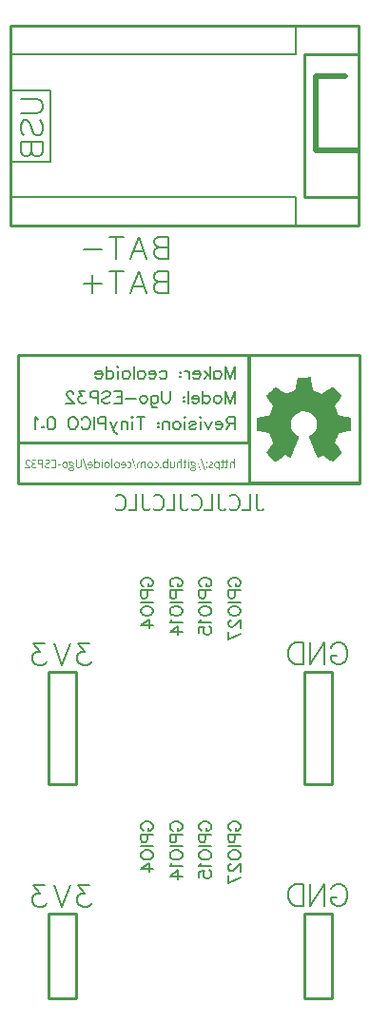
<source format=gbo>
G04 Layer: BottomSilkLayer*
G04 EasyEDA v6.3.41, 2020-05-07T17:32:53--4:00*
G04 d717aee7dc5049f39d0e7fcf31ef931a,7404d47bf86b4b15bb797b085195da26,10*
G04 Gerber Generator version 0.2*
G04 Scale: 100 percent, Rotated: No, Reflected: No *
G04 Dimensions in millimeters *
G04 leading zeros omitted , absolute positions ,3 integer and 3 decimal *
%FSLAX33Y33*%
%MOMM*%
G90*
G71D02*

%ADD10C,0.254000*%
%ADD22C,0.152400*%
%ADD23C,0.203200*%
%ADD24C,0.202999*%
%ADD25C,0.499999*%
%ADD26C,0.150012*%

%LPD*%

%LPD*%
G36*
G01X26798Y56084D02*
G01X26766Y56237D01*
G01X26189Y56228D01*
G01X25611Y56219D01*
G01X25587Y56130D01*
G01X25581Y56104D01*
G01X25573Y56063D01*
G01X25562Y56011D01*
G01X25550Y55948D01*
G01X25537Y55877D01*
G01X25523Y55800D01*
G01X25509Y55719D01*
G01X25494Y55635D01*
G01X25479Y55552D01*
G01X25464Y55472D01*
G01X25449Y55396D01*
G01X25434Y55326D01*
G01X25420Y55265D01*
G01X25408Y55214D01*
G01X25397Y55176D01*
G01X25388Y55152D01*
G01X25351Y55074D01*
G01X24617Y54774D01*
G01X24585Y54791D01*
G01X24570Y54801D01*
G01X24538Y54822D01*
G01X24492Y54852D01*
G01X24434Y54891D01*
G01X24365Y54938D01*
G01X24287Y54990D01*
G01X24203Y55047D01*
G01X24115Y55107D01*
G01X24026Y55167D01*
G01X23942Y55223D01*
G01X23865Y55274D01*
G01X23797Y55318D01*
G01X23739Y55354D01*
G01X23694Y55382D01*
G01X23663Y55399D01*
G01X23649Y55405D01*
G01X23635Y55397D01*
G01X23606Y55373D01*
G01X23565Y55336D01*
G01X23513Y55288D01*
G01X23453Y55230D01*
G01X23387Y55166D01*
G01X23316Y55097D01*
G01X23172Y54953D01*
G01X23103Y54882D01*
G01X23037Y54815D01*
G01X22979Y54754D01*
G01X22929Y54700D01*
G01X22889Y54657D01*
G01X22863Y54626D01*
G01X22852Y54609D01*
G01X22841Y54577D01*
G01X23110Y54185D01*
G01X23165Y54105D01*
G01X23218Y54027D01*
G01X23267Y53954D01*
G01X23312Y53886D01*
G01X23350Y53827D01*
G01X23382Y53778D01*
G01X23405Y53741D01*
G01X23419Y53718D01*
G01X23459Y53642D01*
G01X23292Y53249D01*
G01X23125Y52855D01*
G01X22961Y52823D01*
G01X22921Y52815D01*
G01X22867Y52805D01*
G01X22803Y52793D01*
G01X22731Y52779D01*
G01X22653Y52765D01*
G01X22572Y52750D01*
G01X22489Y52735D01*
G01X22407Y52720D01*
G01X22016Y52649D01*
G01X22016Y51488D01*
G01X22120Y51466D01*
G01X22149Y51460D01*
G01X22193Y51452D01*
G01X22248Y51441D01*
G01X22314Y51428D01*
G01X22388Y51414D01*
G01X22468Y51399D01*
G01X22551Y51383D01*
G01X22636Y51367D01*
G01X23049Y51290D01*
G01X23089Y51249D01*
G01X23105Y51224D01*
G01X23130Y51177D01*
G01X23160Y51111D01*
G01X23196Y51032D01*
G01X23234Y50943D01*
G01X23272Y50850D01*
G01X23310Y50756D01*
G01X23345Y50666D01*
G01X23375Y50585D01*
G01X23399Y50516D01*
G01X23415Y50465D01*
G01X23420Y50436D01*
G01X23420Y50389D01*
G01X23133Y49978D01*
G01X23075Y49895D01*
G01X23022Y49816D01*
G01X22973Y49743D01*
G01X22930Y49678D01*
G01X22895Y49624D01*
G01X22869Y49580D01*
G01X22852Y49551D01*
G01X22846Y49536D01*
G01X22854Y49522D01*
G01X22876Y49494D01*
G01X22912Y49454D01*
G01X22959Y49402D01*
G01X23016Y49341D01*
G01X23082Y49273D01*
G01X23154Y49199D01*
G01X23231Y49121D01*
G01X23617Y48735D01*
G01X23656Y48735D01*
G01X23672Y48741D01*
G01X23704Y48758D01*
G01X23749Y48784D01*
G01X23807Y48820D01*
G01X23874Y48862D01*
G01X24030Y48966D01*
G01X24116Y49024D01*
G01X24538Y49312D01*
G01X24747Y49195D01*
G01X24957Y49078D01*
G01X24983Y49106D01*
G01X24989Y49115D01*
G01X24999Y49136D01*
G01X25013Y49167D01*
G01X25031Y49207D01*
G01X25053Y49256D01*
G01X25078Y49313D01*
G01X25105Y49377D01*
G01X25135Y49447D01*
G01X25167Y49522D01*
G01X25200Y49602D01*
G01X25235Y49686D01*
G01X25271Y49772D01*
G01X25325Y49906D01*
G01X25381Y50040D01*
G01X25408Y50107D01*
G01X25436Y50172D01*
G01X25462Y50236D01*
G01X25488Y50298D01*
G01X25512Y50358D01*
G01X25536Y50414D01*
G01X25558Y50468D01*
G01X25579Y50517D01*
G01X25597Y50562D01*
G01X25614Y50603D01*
G01X25629Y50638D01*
G01X25642Y50667D01*
G01X25684Y50768D01*
G01X25718Y50855D01*
G01X25742Y50916D01*
G01X25750Y50945D01*
G01X25738Y50961D01*
G01X25706Y50990D01*
G01X25659Y51027D01*
G01X25600Y51069D01*
G01X25534Y51118D01*
G01X25462Y51175D01*
G01X25395Y51234D01*
G01X25340Y51286D01*
G01X25229Y51400D01*
G01X25147Y51575D01*
G01X25064Y51751D01*
G01X25064Y52357D01*
G01X25148Y52537D01*
G01X25232Y52716D01*
G01X25351Y52848D01*
G01X25470Y52979D01*
G01X25681Y53083D01*
G01X25893Y53187D01*
G01X26196Y53186D01*
G01X26500Y53185D01*
G01X26806Y53045D01*
G01X26976Y52884D01*
G01X27147Y52723D01*
G01X27229Y52538D01*
G01X27312Y52354D01*
G01X27333Y52175D01*
G01X27354Y51997D01*
G01X27314Y51826D01*
G01X27298Y51766D01*
G01X27280Y51708D01*
G01X27260Y51651D01*
G01X27237Y51596D01*
G01X27212Y51542D01*
G01X27185Y51491D01*
G01X27155Y51441D01*
G01X27123Y51393D01*
G01X27089Y51347D01*
G01X27052Y51302D01*
G01X27014Y51260D01*
G01X26972Y51219D01*
G01X26929Y51180D01*
G01X26883Y51143D01*
G01X26835Y51107D01*
G01X26785Y51074D01*
G01X26644Y50985D01*
G01X26644Y50939D01*
G01X26645Y50931D01*
G01X26648Y50917D01*
G01X26654Y50899D01*
G01X26662Y50876D01*
G01X26672Y50848D01*
G01X26684Y50815D01*
G01X26698Y50777D01*
G01X26714Y50734D01*
G01X26732Y50687D01*
G01X26753Y50636D01*
G01X26775Y50580D01*
G01X26799Y50519D01*
G01X26825Y50455D01*
G01X26853Y50386D01*
G01X26882Y50313D01*
G01X26914Y50236D01*
G01X26947Y50155D01*
G01X26982Y50070D01*
G01X27019Y49982D01*
G01X27057Y49889D01*
G01X27097Y49794D01*
G01X27138Y49694D01*
G01X27182Y49591D01*
G01X27226Y49485D01*
G01X27259Y49408D01*
G01X27290Y49335D01*
G01X27318Y49269D01*
G01X27343Y49211D01*
G01X27364Y49162D01*
G01X27381Y49125D01*
G01X27392Y49100D01*
G01X27398Y49090D01*
G01X27419Y49094D01*
G01X27470Y49115D01*
G01X27542Y49149D01*
G01X27628Y49193D01*
G01X27848Y49308D01*
G01X28266Y49022D01*
G01X28350Y48964D01*
G01X28431Y48910D01*
G01X28506Y48862D01*
G01X28573Y48819D01*
G01X28630Y48784D01*
G01X28675Y48758D01*
G01X28708Y48741D01*
G01X28724Y48735D01*
G01X28765Y48735D01*
G01X29141Y49109D01*
G01X29516Y49484D01*
G01X29516Y49577D01*
G01X29228Y50001D01*
G01X28939Y50425D01*
G01X29104Y50841D01*
G01X29137Y50925D01*
G01X29170Y51004D01*
G01X29200Y51076D01*
G01X29228Y51140D01*
G01X29251Y51193D01*
G01X29271Y51234D01*
G01X29285Y51261D01*
G01X29294Y51273D01*
G01X29308Y51278D01*
G01X29340Y51285D01*
G01X29386Y51296D01*
G01X29446Y51308D01*
G01X29517Y51323D01*
G01X29597Y51338D01*
G01X29684Y51355D01*
G01X29870Y51389D01*
G01X30045Y51424D01*
G01X30121Y51439D01*
G01X30188Y51454D01*
G01X30243Y51466D01*
G01X30283Y51476D01*
G01X30307Y51483D01*
G01X30380Y51511D01*
G01X30377Y52072D01*
G01X30373Y52633D01*
G01X30335Y52647D01*
G01X30318Y52652D01*
G01X30281Y52660D01*
G01X30228Y52671D01*
G01X30160Y52684D01*
G01X30081Y52700D01*
G01X29991Y52717D01*
G01X29894Y52736D01*
G01X29791Y52755D01*
G01X29689Y52774D01*
G01X29592Y52793D01*
G01X29504Y52811D01*
G01X29426Y52828D01*
G01X29360Y52844D01*
G01X29308Y52857D01*
G01X29274Y52867D01*
G01X29259Y52874D01*
G01X29250Y52887D01*
G01X29236Y52914D01*
G01X29216Y52954D01*
G01X29193Y53004D01*
G01X29166Y53063D01*
G01X29136Y53130D01*
G01X29104Y53203D01*
G01X29071Y53280D01*
G01X28908Y53660D01*
G01X29200Y54089D01*
G01X29259Y54176D01*
G01X29315Y54260D01*
G01X29366Y54338D01*
G01X29411Y54409D01*
G01X29449Y54471D01*
G01X29479Y54521D01*
G01X29499Y54558D01*
G01X29508Y54579D01*
G01X29524Y54640D01*
G01X29145Y55022D01*
G01X28996Y55171D01*
G01X28929Y55236D01*
G01X28869Y55292D01*
G01X28818Y55339D01*
G01X28778Y55374D01*
G01X28750Y55397D01*
G01X28736Y55405D01*
G01X28720Y55398D01*
G01X28687Y55380D01*
G01X28639Y55351D01*
G01X28577Y55312D01*
G01X28504Y55266D01*
G01X28422Y55212D01*
G01X28333Y55153D01*
G01X28238Y55089D01*
G01X27771Y54773D01*
G01X27407Y54917D01*
G01X27333Y54946D01*
G01X27263Y54975D01*
G01X27197Y55003D01*
G01X27139Y55029D01*
G01X27089Y55052D01*
G01X27049Y55071D01*
G01X27021Y55087D01*
G01X27007Y55097D01*
G01X26971Y55134D01*
G01X26901Y55533D01*
G01X26886Y55616D01*
G01X26871Y55700D01*
G01X26856Y55782D01*
G01X26842Y55860D01*
G01X26828Y55931D01*
G01X26816Y55994D01*
G01X26806Y56046D01*
G01X26798Y56084D01*
G37*

%LPD*%
G54D23*
G01X23528Y72250D02*
G01X25433Y72250D01*
G01X25433Y69710D01*
G01X33Y69710D01*
G01X33Y72250D01*
G54D24*
G01X33Y72250D02*
G01X23528Y72250D01*
G54D23*
G01X23528Y87490D02*
G01X25433Y87490D01*
G01X25433Y84950D01*
G01X33Y84950D01*
G01X33Y87490D01*
G54D24*
G01X33Y87490D02*
G01X23528Y87490D01*
G54D10*
G01X25433Y87490D02*
G01X31021Y87490D01*
G01X31021Y69710D01*
G01X33Y69710D01*
G01X33Y87490D01*
G01X26703Y87490D01*
G01X31021Y84950D02*
G01X26195Y84950D01*
G01X26195Y72250D01*
G01X31021Y72250D01*
G54D25*
G01X30894Y76441D02*
G01X27211Y76441D01*
G01X27211Y83045D01*
G01X29878Y83045D01*
G54D26*
G01X147Y75386D02*
G01X3576Y75386D01*
G01X3576Y81736D01*
G01X20Y81736D01*
G54D23*
G01X14099Y68750D02*
G01X14099Y66810D01*
G01X14099Y68750D02*
G01X13268Y68750D01*
G01X12991Y68658D01*
G01X12899Y68565D01*
G01X12806Y68381D01*
G01X12806Y68196D01*
G01X12899Y68011D01*
G01X12991Y67919D01*
G01X13268Y67826D01*
G01X14099Y67826D02*
G01X13268Y67826D01*
G01X12991Y67734D01*
G01X12899Y67642D01*
G01X12806Y67457D01*
G01X12806Y67180D01*
G01X12899Y66995D01*
G01X12991Y66903D01*
G01X13268Y66810D01*
G01X14099Y66810D01*
G01X11458Y68750D02*
G01X12197Y66810D01*
G01X11458Y68750D02*
G01X10719Y66810D01*
G01X11920Y67457D02*
G01X10996Y67457D01*
G01X9463Y68750D02*
G01X9463Y66810D01*
G01X10109Y68750D02*
G01X8816Y68750D01*
G01X8207Y67642D02*
G01X6544Y67642D01*
G01X14099Y65650D02*
G01X14099Y63710D01*
G01X14099Y65650D02*
G01X13268Y65650D01*
G01X12991Y65558D01*
G01X12899Y65465D01*
G01X12806Y65281D01*
G01X12806Y65096D01*
G01X12899Y64911D01*
G01X12991Y64819D01*
G01X13268Y64726D01*
G01X14099Y64726D02*
G01X13268Y64726D01*
G01X12991Y64634D01*
G01X12899Y64542D01*
G01X12806Y64357D01*
G01X12806Y64080D01*
G01X12899Y63895D01*
G01X12991Y63803D01*
G01X13268Y63710D01*
G01X14099Y63710D01*
G01X11458Y65650D02*
G01X12197Y63710D01*
G01X11458Y65650D02*
G01X10719Y63710D01*
G01X11920Y64357D02*
G01X10996Y64357D01*
G01X9463Y65650D02*
G01X9463Y63710D01*
G01X10109Y65650D02*
G01X8816Y65650D01*
G01X7375Y65373D02*
G01X7375Y63710D01*
G01X8207Y64542D02*
G01X6544Y64542D01*
G01X7115Y32550D02*
G01X6099Y32550D01*
G01X6653Y31811D01*
G01X6376Y31811D01*
G01X6191Y31719D01*
G01X6099Y31626D01*
G01X6006Y31349D01*
G01X6006Y31165D01*
G01X6099Y30887D01*
G01X6284Y30703D01*
G01X6561Y30610D01*
G01X6838Y30610D01*
G01X7115Y30703D01*
G01X7207Y30795D01*
G01X7300Y30980D01*
G01X5397Y32550D02*
G01X4658Y30610D01*
G01X3919Y32550D02*
G01X4658Y30610D01*
G01X3125Y32550D02*
G01X2109Y32550D01*
G01X2663Y31811D01*
G01X2386Y31811D01*
G01X2201Y31719D01*
G01X2109Y31626D01*
G01X2016Y31349D01*
G01X2016Y31165D01*
G01X2109Y30887D01*
G01X2293Y30703D01*
G01X2570Y30610D01*
G01X2848Y30610D01*
G01X3125Y30703D01*
G01X3217Y30795D01*
G01X3309Y30980D01*
G01X28614Y32188D02*
G01X28706Y32373D01*
G01X28891Y32558D01*
G01X29076Y32650D01*
G01X29445Y32650D01*
G01X29630Y32558D01*
G01X29815Y32373D01*
G01X29907Y32188D01*
G01X30000Y31911D01*
G01X30000Y31449D01*
G01X29907Y31172D01*
G01X29815Y30987D01*
G01X29630Y30803D01*
G01X29445Y30710D01*
G01X29076Y30710D01*
G01X28891Y30803D01*
G01X28706Y30987D01*
G01X28614Y31172D01*
G01X28614Y31449D01*
G01X29076Y31449D02*
G01X28614Y31449D01*
G01X28004Y32650D02*
G01X28004Y30710D01*
G01X28004Y32650D02*
G01X26711Y30710D01*
G01X26711Y32650D02*
G01X26711Y30710D01*
G01X26102Y32650D02*
G01X26102Y30710D01*
G01X26102Y32650D02*
G01X25455Y32650D01*
G01X25178Y32558D01*
G01X24993Y32373D01*
G01X24901Y32188D01*
G01X24809Y31911D01*
G01X24809Y31449D01*
G01X24901Y31172D01*
G01X24993Y30987D01*
G01X25178Y30803D01*
G01X25455Y30710D01*
G01X26102Y30710D01*
G01X7115Y11050D02*
G01X6099Y11050D01*
G01X6653Y10311D01*
G01X6376Y10311D01*
G01X6191Y10219D01*
G01X6099Y10126D01*
G01X6006Y9849D01*
G01X6006Y9665D01*
G01X6099Y9387D01*
G01X6284Y9203D01*
G01X6561Y9110D01*
G01X6838Y9110D01*
G01X7115Y9203D01*
G01X7207Y9295D01*
G01X7300Y9480D01*
G01X5397Y11050D02*
G01X4658Y9110D01*
G01X3919Y11050D02*
G01X4658Y9110D01*
G01X3125Y11050D02*
G01X2109Y11050D01*
G01X2663Y10311D01*
G01X2386Y10311D01*
G01X2201Y10219D01*
G01X2109Y10126D01*
G01X2016Y9849D01*
G01X2016Y9665D01*
G01X2109Y9387D01*
G01X2293Y9203D01*
G01X2571Y9110D01*
G01X2848Y9110D01*
G01X3125Y9203D01*
G01X3217Y9295D01*
G01X3309Y9480D01*
G01X28614Y10688D02*
G01X28706Y10873D01*
G01X28891Y11058D01*
G01X29076Y11150D01*
G01X29445Y11150D01*
G01X29630Y11058D01*
G01X29815Y10873D01*
G01X29907Y10688D01*
G01X30000Y10411D01*
G01X30000Y9949D01*
G01X29907Y9672D01*
G01X29815Y9487D01*
G01X29630Y9303D01*
G01X29445Y9210D01*
G01X29076Y9210D01*
G01X28891Y9303D01*
G01X28706Y9487D01*
G01X28614Y9672D01*
G01X28614Y9949D01*
G01X29076Y9949D02*
G01X28614Y9949D01*
G01X28005Y11150D02*
G01X28005Y9210D01*
G01X28005Y11150D02*
G01X26711Y9210D01*
G01X26711Y11150D02*
G01X26711Y9210D01*
G01X26102Y11150D02*
G01X26102Y9210D01*
G01X26102Y11150D02*
G01X25455Y11150D01*
G01X25178Y11058D01*
G01X24993Y10873D01*
G01X24901Y10688D01*
G01X24809Y10411D01*
G01X24809Y9949D01*
G01X24901Y9672D01*
G01X24993Y9487D01*
G01X25178Y9303D01*
G01X25455Y9210D01*
G01X26102Y9210D01*
G54D22*
G01X11906Y37620D02*
G01X11802Y37672D01*
G01X11698Y37776D01*
G01X11646Y37880D01*
G01X11646Y38088D01*
G01X11698Y38192D01*
G01X11802Y38296D01*
G01X11906Y38348D01*
G01X12062Y38400D01*
G01X12322Y38400D01*
G01X12477Y38348D01*
G01X12581Y38296D01*
G01X12685Y38192D01*
G01X12737Y38088D01*
G01X12737Y37880D01*
G01X12685Y37776D01*
G01X12581Y37672D01*
G01X12477Y37620D01*
G01X12322Y37620D01*
G01X12322Y37880D02*
G01X12322Y37620D01*
G01X11646Y37277D02*
G01X12737Y37277D01*
G01X11646Y37277D02*
G01X11646Y36810D01*
G01X11698Y36654D01*
G01X11750Y36602D01*
G01X11854Y36550D01*
G01X12010Y36550D01*
G01X12114Y36602D01*
G01X12166Y36654D01*
G01X12218Y36810D01*
G01X12218Y37277D01*
G01X11646Y36207D02*
G01X12737Y36207D01*
G01X11646Y35552D02*
G01X11698Y35656D01*
G01X11802Y35760D01*
G01X11906Y35812D01*
G01X12062Y35864D01*
G01X12322Y35864D01*
G01X12477Y35812D01*
G01X12581Y35760D01*
G01X12685Y35656D01*
G01X12737Y35552D01*
G01X12737Y35345D01*
G01X12685Y35241D01*
G01X12581Y35137D01*
G01X12477Y35085D01*
G01X12322Y35033D01*
G01X12062Y35033D01*
G01X11906Y35085D01*
G01X11802Y35137D01*
G01X11698Y35241D01*
G01X11646Y35345D01*
G01X11646Y35552D01*
G01X11646Y34170D02*
G01X12373Y34690D01*
G01X12373Y33911D01*
G01X11646Y34170D02*
G01X12737Y34170D01*
G01X14506Y37620D02*
G01X14402Y37672D01*
G01X14298Y37776D01*
G01X14246Y37880D01*
G01X14246Y38088D01*
G01X14298Y38192D01*
G01X14402Y38296D01*
G01X14506Y38348D01*
G01X14662Y38400D01*
G01X14922Y38400D01*
G01X15077Y38348D01*
G01X15181Y38296D01*
G01X15285Y38192D01*
G01X15337Y38088D01*
G01X15337Y37880D01*
G01X15285Y37776D01*
G01X15181Y37672D01*
G01X15077Y37620D01*
G01X14922Y37620D01*
G01X14922Y37880D02*
G01X14922Y37620D01*
G01X14246Y37277D02*
G01X15337Y37277D01*
G01X14246Y37277D02*
G01X14246Y36810D01*
G01X14298Y36654D01*
G01X14350Y36602D01*
G01X14454Y36550D01*
G01X14610Y36550D01*
G01X14714Y36602D01*
G01X14766Y36654D01*
G01X14818Y36810D01*
G01X14818Y37277D01*
G01X14246Y36207D02*
G01X15337Y36207D01*
G01X14246Y35552D02*
G01X14298Y35656D01*
G01X14402Y35760D01*
G01X14506Y35812D01*
G01X14662Y35864D01*
G01X14922Y35864D01*
G01X15077Y35812D01*
G01X15181Y35760D01*
G01X15285Y35656D01*
G01X15337Y35552D01*
G01X15337Y35345D01*
G01X15285Y35241D01*
G01X15181Y35137D01*
G01X15077Y35085D01*
G01X14922Y35033D01*
G01X14662Y35033D01*
G01X14506Y35085D01*
G01X14402Y35137D01*
G01X14298Y35241D01*
G01X14246Y35345D01*
G01X14246Y35552D01*
G01X14454Y34690D02*
G01X14402Y34586D01*
G01X14246Y34430D01*
G01X15337Y34430D01*
G01X14246Y33568D02*
G01X14973Y34087D01*
G01X14973Y33308D01*
G01X14246Y33568D02*
G01X15337Y33568D01*
G01X17106Y37620D02*
G01X17002Y37672D01*
G01X16898Y37776D01*
G01X16846Y37880D01*
G01X16846Y38088D01*
G01X16898Y38192D01*
G01X17002Y38296D01*
G01X17106Y38348D01*
G01X17262Y38400D01*
G01X17522Y38400D01*
G01X17677Y38348D01*
G01X17781Y38296D01*
G01X17885Y38192D01*
G01X17937Y38088D01*
G01X17937Y37880D01*
G01X17885Y37776D01*
G01X17781Y37672D01*
G01X17677Y37620D01*
G01X17522Y37620D01*
G01X17522Y37880D02*
G01X17522Y37620D01*
G01X16846Y37277D02*
G01X17937Y37277D01*
G01X16846Y37277D02*
G01X16846Y36810D01*
G01X16898Y36654D01*
G01X16950Y36602D01*
G01X17054Y36550D01*
G01X17210Y36550D01*
G01X17314Y36602D01*
G01X17366Y36654D01*
G01X17418Y36810D01*
G01X17418Y37277D01*
G01X16846Y36207D02*
G01X17937Y36207D01*
G01X16846Y35552D02*
G01X16898Y35656D01*
G01X17002Y35760D01*
G01X17106Y35812D01*
G01X17262Y35864D01*
G01X17522Y35864D01*
G01X17677Y35812D01*
G01X17781Y35760D01*
G01X17885Y35656D01*
G01X17937Y35552D01*
G01X17937Y35345D01*
G01X17885Y35241D01*
G01X17781Y35137D01*
G01X17677Y35085D01*
G01X17522Y35033D01*
G01X17262Y35033D01*
G01X17106Y35085D01*
G01X17002Y35137D01*
G01X16898Y35241D01*
G01X16846Y35345D01*
G01X16846Y35552D01*
G01X17054Y34690D02*
G01X17002Y34586D01*
G01X16846Y34430D01*
G01X17937Y34430D01*
G01X16846Y33464D02*
G01X16846Y33983D01*
G01X17314Y34035D01*
G01X17262Y33983D01*
G01X17210Y33828D01*
G01X17210Y33672D01*
G01X17262Y33516D01*
G01X17366Y33412D01*
G01X17522Y33360D01*
G01X17625Y33360D01*
G01X17781Y33412D01*
G01X17885Y33516D01*
G01X17937Y33672D01*
G01X17937Y33828D01*
G01X17885Y33983D01*
G01X17833Y34035D01*
G01X17729Y34087D01*
G01X19706Y37620D02*
G01X19602Y37672D01*
G01X19498Y37776D01*
G01X19446Y37880D01*
G01X19446Y38088D01*
G01X19498Y38192D01*
G01X19602Y38296D01*
G01X19706Y38348D01*
G01X19862Y38400D01*
G01X20122Y38400D01*
G01X20277Y38348D01*
G01X20381Y38296D01*
G01X20485Y38192D01*
G01X20537Y38088D01*
G01X20537Y37880D01*
G01X20485Y37776D01*
G01X20381Y37672D01*
G01X20277Y37620D01*
G01X20122Y37620D01*
G01X20122Y37880D02*
G01X20122Y37620D01*
G01X19446Y37277D02*
G01X20537Y37277D01*
G01X19446Y37277D02*
G01X19446Y36810D01*
G01X19498Y36654D01*
G01X19550Y36602D01*
G01X19654Y36550D01*
G01X19810Y36550D01*
G01X19914Y36602D01*
G01X19966Y36654D01*
G01X20018Y36810D01*
G01X20018Y37277D01*
G01X19446Y36207D02*
G01X20537Y36207D01*
G01X19446Y35552D02*
G01X19498Y35656D01*
G01X19602Y35760D01*
G01X19706Y35812D01*
G01X19862Y35864D01*
G01X20122Y35864D01*
G01X20277Y35812D01*
G01X20381Y35760D01*
G01X20485Y35656D01*
G01X20537Y35552D01*
G01X20537Y35345D01*
G01X20485Y35241D01*
G01X20381Y35137D01*
G01X20277Y35085D01*
G01X20122Y35033D01*
G01X19862Y35033D01*
G01X19706Y35085D01*
G01X19602Y35137D01*
G01X19498Y35241D01*
G01X19446Y35345D01*
G01X19446Y35552D01*
G01X19706Y34638D02*
G01X19654Y34638D01*
G01X19550Y34586D01*
G01X19498Y34534D01*
G01X19446Y34430D01*
G01X19446Y34222D01*
G01X19498Y34118D01*
G01X19550Y34067D01*
G01X19654Y34015D01*
G01X19758Y34015D01*
G01X19862Y34067D01*
G01X20018Y34170D01*
G01X20537Y34690D01*
G01X20537Y33963D01*
G01X19446Y32892D02*
G01X20537Y33412D01*
G01X19446Y33620D02*
G01X19446Y32892D01*
G01X19706Y15920D02*
G01X19602Y15972D01*
G01X19498Y16076D01*
G01X19446Y16180D01*
G01X19446Y16388D01*
G01X19498Y16492D01*
G01X19602Y16596D01*
G01X19706Y16648D01*
G01X19862Y16700D01*
G01X20122Y16700D01*
G01X20277Y16648D01*
G01X20381Y16596D01*
G01X20485Y16492D01*
G01X20537Y16388D01*
G01X20537Y16180D01*
G01X20485Y16076D01*
G01X20381Y15972D01*
G01X20277Y15920D01*
G01X20122Y15920D01*
G01X20122Y16180D02*
G01X20122Y15920D01*
G01X19446Y15577D02*
G01X20537Y15577D01*
G01X19446Y15577D02*
G01X19446Y15110D01*
G01X19498Y14954D01*
G01X19550Y14902D01*
G01X19654Y14850D01*
G01X19810Y14850D01*
G01X19914Y14902D01*
G01X19966Y14954D01*
G01X20018Y15110D01*
G01X20018Y15577D01*
G01X19446Y14507D02*
G01X20537Y14507D01*
G01X19446Y13852D02*
G01X19498Y13956D01*
G01X19602Y14060D01*
G01X19706Y14112D01*
G01X19862Y14164D01*
G01X20122Y14164D01*
G01X20277Y14112D01*
G01X20381Y14060D01*
G01X20485Y13956D01*
G01X20537Y13852D01*
G01X20537Y13645D01*
G01X20485Y13541D01*
G01X20381Y13437D01*
G01X20277Y13385D01*
G01X20122Y13333D01*
G01X19862Y13333D01*
G01X19706Y13385D01*
G01X19602Y13437D01*
G01X19498Y13541D01*
G01X19446Y13645D01*
G01X19446Y13852D01*
G01X19706Y12938D02*
G01X19654Y12938D01*
G01X19550Y12886D01*
G01X19498Y12834D01*
G01X19446Y12730D01*
G01X19446Y12522D01*
G01X19498Y12418D01*
G01X19550Y12367D01*
G01X19654Y12315D01*
G01X19758Y12315D01*
G01X19862Y12367D01*
G01X20018Y12470D01*
G01X20537Y12990D01*
G01X20537Y12263D01*
G01X19446Y11192D02*
G01X20537Y11712D01*
G01X19446Y11920D02*
G01X19446Y11192D01*
G01X17106Y15920D02*
G01X17002Y15972D01*
G01X16898Y16076D01*
G01X16846Y16180D01*
G01X16846Y16388D01*
G01X16898Y16492D01*
G01X17002Y16596D01*
G01X17106Y16648D01*
G01X17262Y16700D01*
G01X17522Y16700D01*
G01X17677Y16648D01*
G01X17781Y16596D01*
G01X17885Y16492D01*
G01X17937Y16388D01*
G01X17937Y16180D01*
G01X17885Y16076D01*
G01X17781Y15972D01*
G01X17677Y15920D01*
G01X17522Y15920D01*
G01X17522Y16180D02*
G01X17522Y15920D01*
G01X16846Y15577D02*
G01X17937Y15577D01*
G01X16846Y15577D02*
G01X16846Y15110D01*
G01X16898Y14954D01*
G01X16950Y14902D01*
G01X17054Y14850D01*
G01X17210Y14850D01*
G01X17314Y14902D01*
G01X17366Y14954D01*
G01X17418Y15110D01*
G01X17418Y15577D01*
G01X16846Y14507D02*
G01X17937Y14507D01*
G01X16846Y13852D02*
G01X16898Y13956D01*
G01X17002Y14060D01*
G01X17106Y14112D01*
G01X17262Y14164D01*
G01X17522Y14164D01*
G01X17677Y14112D01*
G01X17781Y14060D01*
G01X17885Y13956D01*
G01X17937Y13852D01*
G01X17937Y13645D01*
G01X17885Y13541D01*
G01X17781Y13437D01*
G01X17677Y13385D01*
G01X17522Y13333D01*
G01X17262Y13333D01*
G01X17106Y13385D01*
G01X17002Y13437D01*
G01X16898Y13541D01*
G01X16846Y13645D01*
G01X16846Y13852D01*
G01X17054Y12990D02*
G01X17002Y12886D01*
G01X16846Y12730D01*
G01X17937Y12730D01*
G01X16846Y11764D02*
G01X16846Y12283D01*
G01X17314Y12335D01*
G01X17262Y12283D01*
G01X17210Y12128D01*
G01X17210Y11972D01*
G01X17262Y11816D01*
G01X17366Y11712D01*
G01X17522Y11660D01*
G01X17625Y11660D01*
G01X17781Y11712D01*
G01X17885Y11816D01*
G01X17937Y11972D01*
G01X17937Y12128D01*
G01X17885Y12283D01*
G01X17833Y12335D01*
G01X17729Y12387D01*
G01X14506Y15920D02*
G01X14402Y15972D01*
G01X14298Y16076D01*
G01X14246Y16180D01*
G01X14246Y16388D01*
G01X14298Y16492D01*
G01X14402Y16596D01*
G01X14506Y16648D01*
G01X14662Y16700D01*
G01X14922Y16700D01*
G01X15077Y16648D01*
G01X15181Y16596D01*
G01X15285Y16492D01*
G01X15337Y16388D01*
G01X15337Y16180D01*
G01X15285Y16076D01*
G01X15181Y15972D01*
G01X15077Y15920D01*
G01X14922Y15920D01*
G01X14922Y16180D02*
G01X14922Y15920D01*
G01X14246Y15577D02*
G01X15337Y15577D01*
G01X14246Y15577D02*
G01X14246Y15110D01*
G01X14298Y14954D01*
G01X14350Y14902D01*
G01X14454Y14850D01*
G01X14610Y14850D01*
G01X14714Y14902D01*
G01X14766Y14954D01*
G01X14818Y15110D01*
G01X14818Y15577D01*
G01X14246Y14507D02*
G01X15337Y14507D01*
G01X14246Y13852D02*
G01X14298Y13956D01*
G01X14402Y14060D01*
G01X14506Y14112D01*
G01X14662Y14164D01*
G01X14922Y14164D01*
G01X15077Y14112D01*
G01X15181Y14060D01*
G01X15285Y13956D01*
G01X15337Y13852D01*
G01X15337Y13645D01*
G01X15285Y13541D01*
G01X15181Y13437D01*
G01X15077Y13385D01*
G01X14922Y13333D01*
G01X14662Y13333D01*
G01X14506Y13385D01*
G01X14402Y13437D01*
G01X14298Y13541D01*
G01X14246Y13645D01*
G01X14246Y13852D01*
G01X14454Y12990D02*
G01X14402Y12886D01*
G01X14246Y12730D01*
G01X15337Y12730D01*
G01X14246Y11868D02*
G01X14973Y12387D01*
G01X14973Y11608D01*
G01X14246Y11868D02*
G01X15337Y11868D01*
G01X11906Y15920D02*
G01X11802Y15972D01*
G01X11698Y16076D01*
G01X11646Y16180D01*
G01X11646Y16388D01*
G01X11698Y16492D01*
G01X11802Y16596D01*
G01X11906Y16648D01*
G01X12062Y16700D01*
G01X12322Y16700D01*
G01X12477Y16648D01*
G01X12581Y16596D01*
G01X12685Y16492D01*
G01X12737Y16388D01*
G01X12737Y16180D01*
G01X12685Y16076D01*
G01X12581Y15972D01*
G01X12477Y15920D01*
G01X12322Y15920D01*
G01X12322Y16180D02*
G01X12322Y15920D01*
G01X11646Y15577D02*
G01X12737Y15577D01*
G01X11646Y15577D02*
G01X11646Y15110D01*
G01X11698Y14954D01*
G01X11750Y14902D01*
G01X11854Y14850D01*
G01X12010Y14850D01*
G01X12114Y14902D01*
G01X12166Y14954D01*
G01X12218Y15110D01*
G01X12218Y15577D01*
G01X11646Y14507D02*
G01X12737Y14507D01*
G01X11646Y13852D02*
G01X11698Y13956D01*
G01X11802Y14060D01*
G01X11906Y14112D01*
G01X12062Y14164D01*
G01X12322Y14164D01*
G01X12477Y14112D01*
G01X12581Y14060D01*
G01X12685Y13956D01*
G01X12737Y13852D01*
G01X12737Y13645D01*
G01X12685Y13541D01*
G01X12581Y13437D01*
G01X12477Y13385D01*
G01X12322Y13333D01*
G01X12062Y13333D01*
G01X11906Y13385D01*
G01X11802Y13437D01*
G01X11698Y13541D01*
G01X11646Y13645D01*
G01X11646Y13852D01*
G01X11646Y12470D02*
G01X12373Y12990D01*
G01X12373Y12211D01*
G01X11646Y12470D02*
G01X12737Y12470D01*

%LPD*%
G36*
G01X11354Y45830D02*
G01X11186Y45830D01*
G01X11186Y44484D01*
G01X10528Y44484D01*
G01X10528Y44342D01*
G01X11354Y44342D01*
G01X11354Y45830D01*
G37*

%LPD*%
G36*
G01X14729Y45830D02*
G01X14562Y45830D01*
G01X14562Y44484D01*
G01X13901Y44484D01*
G01X13901Y44342D01*
G01X14729Y44342D01*
G01X14729Y45830D01*
G37*

%LPD*%
G36*
G01X18105Y45830D02*
G01X17935Y45830D01*
G01X17935Y44484D01*
G01X17277Y44484D01*
G01X17277Y44342D01*
G01X18105Y44342D01*
G01X18105Y45830D01*
G37*

%LPD*%
G36*
G01X21481Y45830D02*
G01X21310Y45830D01*
G01X21310Y44484D01*
G01X20652Y44484D01*
G01X20652Y44342D01*
G01X21481Y44342D01*
G01X21481Y45830D01*
G37*

%LPD*%
G36*
G01X9811Y45853D02*
G01X9756Y45855D01*
G01X9690Y45851D01*
G01X9629Y45841D01*
G01X9571Y45823D01*
G01X9519Y45801D01*
G01X9470Y45774D01*
G01X9426Y45743D01*
G01X9387Y45710D01*
G01X9352Y45675D01*
G01X9446Y45566D01*
G01X9508Y45623D01*
G01X9580Y45669D01*
G01X9662Y45697D01*
G01X9756Y45708D01*
G01X9809Y45706D01*
G01X9860Y45697D01*
G01X9908Y45684D01*
G01X9953Y45665D01*
G01X9995Y45642D01*
G01X10035Y45613D01*
G01X10071Y45580D01*
G01X10104Y45542D01*
G01X10134Y45500D01*
G01X10160Y45453D01*
G01X10183Y45402D01*
G01X10201Y45347D01*
G01X10216Y45288D01*
G01X10227Y45225D01*
G01X10233Y45158D01*
G01X10236Y45088D01*
G01X10234Y45018D01*
G01X10227Y44951D01*
G01X10217Y44888D01*
G01X10202Y44829D01*
G01X10185Y44773D01*
G01X10162Y44722D01*
G01X10137Y44675D01*
G01X10108Y44632D01*
G01X10075Y44594D01*
G01X10039Y44560D01*
G01X10000Y44531D01*
G01X9958Y44507D01*
G01X9913Y44488D01*
G01X9865Y44475D01*
G01X9814Y44467D01*
G01X9761Y44464D01*
G01X9708Y44467D01*
G01X9658Y44475D01*
G01X9612Y44488D01*
G01X9567Y44508D01*
G01X9525Y44532D01*
G01X9486Y44561D01*
G01X9447Y44595D01*
G01X9410Y44634D01*
G01X9316Y44530D01*
G01X9361Y44481D01*
G01X9408Y44438D01*
G01X9459Y44402D01*
G01X9513Y44372D01*
G01X9570Y44348D01*
G01X9632Y44330D01*
G01X9698Y44320D01*
G01X9769Y44316D01*
G01X9823Y44318D01*
G01X9876Y44325D01*
G01X9927Y44336D01*
G01X9976Y44350D01*
G01X10024Y44369D01*
G01X10069Y44391D01*
G01X10112Y44418D01*
G01X10153Y44448D01*
G01X10191Y44482D01*
G01X10227Y44520D01*
G01X10259Y44562D01*
G01X10289Y44606D01*
G01X10316Y44655D01*
G01X10340Y44707D01*
G01X10360Y44762D01*
G01X10377Y44821D01*
G01X10391Y44882D01*
G01X10401Y44947D01*
G01X10407Y45015D01*
G01X10409Y45086D01*
G01X10407Y45156D01*
G01X10401Y45224D01*
G01X10390Y45288D01*
G01X10377Y45349D01*
G01X10359Y45407D01*
G01X10339Y45463D01*
G01X10314Y45515D01*
G01X10287Y45563D01*
G01X10257Y45608D01*
G01X10223Y45650D01*
G01X10187Y45688D01*
G01X10148Y45722D01*
G01X10106Y45753D01*
G01X10063Y45779D01*
G01X10016Y45802D01*
G01X9968Y45821D01*
G01X9917Y45836D01*
G01X9866Y45847D01*
G01X9811Y45853D01*
G37*

%LPD*%
G36*
G01X11930Y45830D02*
G01X11762Y45830D01*
G01X11762Y44771D01*
G01X11765Y44709D01*
G01X11772Y44650D01*
G01X11785Y44594D01*
G01X11803Y44541D01*
G01X11826Y44493D01*
G01X11855Y44449D01*
G01X11891Y44411D01*
G01X11932Y44378D01*
G01X11980Y44352D01*
G01X12034Y44332D01*
G01X12095Y44320D01*
G01X12164Y44316D01*
G01X12230Y44320D01*
G01X12291Y44331D01*
G01X12348Y44349D01*
G01X12400Y44375D01*
G01X12448Y44407D01*
G01X12490Y44447D01*
G01X12529Y44494D01*
G01X12563Y44547D01*
G01X12441Y44631D01*
G01X12387Y44553D01*
G01X12325Y44502D01*
G01X12255Y44473D01*
G01X12177Y44464D01*
G01X12119Y44468D01*
G01X12068Y44482D01*
G01X12026Y44505D01*
G01X11991Y44539D01*
G01X11964Y44583D01*
G01X11945Y44639D01*
G01X11934Y44707D01*
G01X11930Y44786D01*
G01X11930Y45830D01*
G37*

%LPD*%
G36*
G01X13187Y45853D02*
G01X13132Y45855D01*
G01X13066Y45851D01*
G01X13005Y45841D01*
G01X12947Y45823D01*
G01X12894Y45801D01*
G01X12846Y45774D01*
G01X12802Y45743D01*
G01X12762Y45710D01*
G01X12728Y45675D01*
G01X12822Y45566D01*
G01X12884Y45623D01*
G01X12955Y45669D01*
G01X13037Y45697D01*
G01X13129Y45708D01*
G01X13182Y45706D01*
G01X13234Y45697D01*
G01X13282Y45684D01*
G01X13328Y45665D01*
G01X13370Y45642D01*
G01X13410Y45613D01*
G01X13447Y45580D01*
G01X13480Y45542D01*
G01X13510Y45500D01*
G01X13536Y45453D01*
G01X13558Y45402D01*
G01X13577Y45347D01*
G01X13592Y45288D01*
G01X13602Y45225D01*
G01X13609Y45158D01*
G01X13612Y45088D01*
G01X13610Y45018D01*
G01X13603Y44951D01*
G01X13593Y44888D01*
G01X13578Y44829D01*
G01X13560Y44773D01*
G01X13538Y44722D01*
G01X13513Y44675D01*
G01X13484Y44632D01*
G01X13451Y44594D01*
G01X13415Y44560D01*
G01X13376Y44531D01*
G01X13334Y44507D01*
G01X13289Y44488D01*
G01X13241Y44475D01*
G01X13190Y44467D01*
G01X13137Y44464D01*
G01X13084Y44467D01*
G01X13034Y44475D01*
G01X12987Y44488D01*
G01X12943Y44508D01*
G01X12900Y44532D01*
G01X12860Y44561D01*
G01X12821Y44595D01*
G01X12784Y44634D01*
G01X12692Y44530D01*
G01X12736Y44481D01*
G01X12784Y44438D01*
G01X12834Y44402D01*
G01X12889Y44372D01*
G01X12946Y44348D01*
G01X13008Y44330D01*
G01X13074Y44320D01*
G01X13144Y44316D01*
G01X13199Y44318D01*
G01X13251Y44325D01*
G01X13303Y44336D01*
G01X13352Y44350D01*
G01X13399Y44369D01*
G01X13445Y44391D01*
G01X13488Y44418D01*
G01X13528Y44448D01*
G01X13567Y44482D01*
G01X13602Y44520D01*
G01X13635Y44562D01*
G01X13665Y44606D01*
G01X13692Y44655D01*
G01X13716Y44707D01*
G01X13736Y44762D01*
G01X13753Y44821D01*
G01X13767Y44882D01*
G01X13776Y44947D01*
G01X13782Y45015D01*
G01X13784Y45086D01*
G01X13782Y45156D01*
G01X13776Y45224D01*
G01X13766Y45288D01*
G01X13752Y45349D01*
G01X13735Y45407D01*
G01X13714Y45463D01*
G01X13690Y45515D01*
G01X13662Y45563D01*
G01X13632Y45608D01*
G01X13599Y45650D01*
G01X13562Y45688D01*
G01X13524Y45722D01*
G01X13482Y45753D01*
G01X13438Y45779D01*
G01X13392Y45802D01*
G01X13344Y45821D01*
G01X13293Y45836D01*
G01X13241Y45847D01*
G01X13187Y45853D01*
G37*

%LPD*%
G36*
G01X15306Y45830D02*
G01X15138Y45830D01*
G01X15138Y44771D01*
G01X15140Y44709D01*
G01X15148Y44650D01*
G01X15161Y44594D01*
G01X15178Y44541D01*
G01X15202Y44493D01*
G01X15231Y44449D01*
G01X15266Y44411D01*
G01X15307Y44378D01*
G01X15355Y44352D01*
G01X15408Y44332D01*
G01X15469Y44320D01*
G01X15537Y44316D01*
G01X15603Y44320D01*
G01X15664Y44331D01*
G01X15721Y44349D01*
G01X15774Y44375D01*
G01X15821Y44407D01*
G01X15865Y44447D01*
G01X15904Y44494D01*
G01X15938Y44547D01*
G01X15816Y44631D01*
G01X15763Y44553D01*
G01X15701Y44502D01*
G01X15631Y44473D01*
G01X15552Y44464D01*
G01X15494Y44468D01*
G01X15444Y44482D01*
G01X15401Y44505D01*
G01X15367Y44539D01*
G01X15340Y44583D01*
G01X15321Y44639D01*
G01X15309Y44707D01*
G01X15306Y44786D01*
G01X15306Y45830D01*
G37*

%LPD*%
G36*
G01X16563Y45853D02*
G01X16507Y45855D01*
G01X16441Y45851D01*
G01X16380Y45841D01*
G01X16322Y45823D01*
G01X16269Y45801D01*
G01X16220Y45774D01*
G01X16177Y45743D01*
G01X16137Y45710D01*
G01X16103Y45675D01*
G01X16197Y45566D01*
G01X16259Y45623D01*
G01X16331Y45669D01*
G01X16413Y45697D01*
G01X16505Y45708D01*
G01X16558Y45706D01*
G01X16609Y45697D01*
G01X16658Y45684D01*
G01X16703Y45665D01*
G01X16746Y45642D01*
G01X16786Y45613D01*
G01X16822Y45580D01*
G01X16855Y45542D01*
G01X16885Y45500D01*
G01X16912Y45453D01*
G01X16934Y45402D01*
G01X16953Y45347D01*
G01X16967Y45288D01*
G01X16978Y45225D01*
G01X16985Y45158D01*
G01X16987Y45088D01*
G01X16985Y45018D01*
G01X16979Y44951D01*
G01X16968Y44888D01*
G01X16954Y44829D01*
G01X16936Y44773D01*
G01X16914Y44722D01*
G01X16888Y44675D01*
G01X16859Y44632D01*
G01X16827Y44594D01*
G01X16791Y44560D01*
G01X16752Y44531D01*
G01X16709Y44507D01*
G01X16665Y44488D01*
G01X16616Y44475D01*
G01X16566Y44467D01*
G01X16512Y44464D01*
G01X16459Y44467D01*
G01X16410Y44475D01*
G01X16363Y44488D01*
G01X16318Y44508D01*
G01X16276Y44532D01*
G01X16235Y44561D01*
G01X16197Y44595D01*
G01X16159Y44634D01*
G01X16065Y44530D01*
G01X16110Y44481D01*
G01X16158Y44438D01*
G01X16210Y44402D01*
G01X16264Y44372D01*
G01X16322Y44348D01*
G01X16384Y44330D01*
G01X16450Y44320D01*
G01X16520Y44316D01*
G01X16574Y44318D01*
G01X16627Y44325D01*
G01X16678Y44336D01*
G01X16728Y44350D01*
G01X16775Y44369D01*
G01X16821Y44391D01*
G01X16863Y44418D01*
G01X16904Y44448D01*
G01X16943Y44482D01*
G01X16978Y44520D01*
G01X17011Y44562D01*
G01X17041Y44606D01*
G01X17068Y44655D01*
G01X17091Y44707D01*
G01X17112Y44762D01*
G01X17128Y44821D01*
G01X17142Y44882D01*
G01X17152Y44947D01*
G01X17158Y45015D01*
G01X17160Y45086D01*
G01X17158Y45156D01*
G01X17152Y45224D01*
G01X17142Y45288D01*
G01X17128Y45349D01*
G01X17111Y45407D01*
G01X17090Y45463D01*
G01X17066Y45515D01*
G01X17038Y45563D01*
G01X17008Y45608D01*
G01X16975Y45650D01*
G01X16938Y45688D01*
G01X16899Y45722D01*
G01X16858Y45753D01*
G01X16814Y45779D01*
G01X16768Y45802D01*
G01X16720Y45821D01*
G01X16669Y45836D01*
G01X16617Y45847D01*
G01X16563Y45853D01*
G37*

%LPD*%
G36*
G01X18681Y45830D02*
G01X18514Y45830D01*
G01X18514Y44771D01*
G01X18516Y44709D01*
G01X18523Y44650D01*
G01X18536Y44594D01*
G01X18553Y44541D01*
G01X18576Y44493D01*
G01X18605Y44449D01*
G01X18640Y44411D01*
G01X18681Y44378D01*
G01X18729Y44352D01*
G01X18783Y44332D01*
G01X18845Y44320D01*
G01X18913Y44316D01*
G01X18979Y44320D01*
G01X19040Y44331D01*
G01X19097Y44349D01*
G01X19149Y44375D01*
G01X19197Y44407D01*
G01X19240Y44447D01*
G01X19279Y44494D01*
G01X19314Y44547D01*
G01X19192Y44631D01*
G01X19137Y44553D01*
G01X19076Y44502D01*
G01X19007Y44473D01*
G01X18928Y44464D01*
G01X18870Y44468D01*
G01X18820Y44482D01*
G01X18777Y44505D01*
G01X18742Y44539D01*
G01X18715Y44583D01*
G01X18697Y44639D01*
G01X18685Y44707D01*
G01X18681Y44786D01*
G01X18681Y45830D01*
G37*

%LPD*%
G36*
G01X19938Y45853D02*
G01X19883Y45855D01*
G01X19817Y45851D01*
G01X19755Y45841D01*
G01X19698Y45823D01*
G01X19645Y45801D01*
G01X19596Y45774D01*
G01X19552Y45743D01*
G01X19513Y45710D01*
G01X19479Y45675D01*
G01X19570Y45566D01*
G01X19634Y45623D01*
G01X19706Y45669D01*
G01X19788Y45697D01*
G01X19880Y45708D01*
G01X19933Y45706D01*
G01X19984Y45697D01*
G01X20032Y45684D01*
G01X20078Y45665D01*
G01X20121Y45642D01*
G01X20160Y45613D01*
G01X20197Y45580D01*
G01X20230Y45542D01*
G01X20260Y45500D01*
G01X20286Y45453D01*
G01X20309Y45402D01*
G01X20328Y45347D01*
G01X20343Y45288D01*
G01X20354Y45225D01*
G01X20360Y45158D01*
G01X20363Y45088D01*
G01X20361Y45018D01*
G01X20354Y44951D01*
G01X20344Y44888D01*
G01X20329Y44829D01*
G01X20312Y44773D01*
G01X20289Y44722D01*
G01X20264Y44675D01*
G01X20234Y44632D01*
G01X20202Y44594D01*
G01X20166Y44560D01*
G01X20127Y44531D01*
G01X20084Y44507D01*
G01X20039Y44488D01*
G01X19991Y44475D01*
G01X19939Y44467D01*
G01X19885Y44464D01*
G01X19833Y44467D01*
G01X19784Y44475D01*
G01X19737Y44488D01*
G01X19693Y44508D01*
G01X19651Y44532D01*
G01X19610Y44561D01*
G01X19571Y44595D01*
G01X19535Y44634D01*
G01X19441Y44530D01*
G01X19486Y44481D01*
G01X19534Y44438D01*
G01X19585Y44402D01*
G01X19640Y44372D01*
G01X19697Y44348D01*
G01X19759Y44330D01*
G01X19825Y44320D01*
G01X19896Y44316D01*
G01X19949Y44318D01*
G01X20002Y44325D01*
G01X20053Y44336D01*
G01X20102Y44350D01*
G01X20150Y44369D01*
G01X20195Y44391D01*
G01X20238Y44418D01*
G01X20279Y44448D01*
G01X20317Y44482D01*
G01X20353Y44520D01*
G01X20385Y44562D01*
G01X20416Y44606D01*
G01X20443Y44655D01*
G01X20467Y44707D01*
G01X20487Y44762D01*
G01X20504Y44821D01*
G01X20517Y44882D01*
G01X20528Y44947D01*
G01X20534Y45015D01*
G01X20536Y45086D01*
G01X20534Y45156D01*
G01X20528Y45224D01*
G01X20517Y45288D01*
G01X20504Y45349D01*
G01X20486Y45407D01*
G01X20466Y45463D01*
G01X20441Y45515D01*
G01X20414Y45563D01*
G01X20384Y45608D01*
G01X20350Y45650D01*
G01X20314Y45688D01*
G01X20275Y45722D01*
G01X20233Y45753D01*
G01X20190Y45779D01*
G01X20143Y45802D01*
G01X20095Y45821D01*
G01X20044Y45836D01*
G01X19993Y45847D01*
G01X19938Y45853D01*
G37*

%LPD*%
G36*
G01X22057Y45830D02*
G01X21887Y45830D01*
G01X21887Y44771D01*
G01X21889Y44709D01*
G01X21897Y44650D01*
G01X21909Y44594D01*
G01X21927Y44541D01*
G01X21950Y44493D01*
G01X21980Y44449D01*
G01X22015Y44411D01*
G01X22057Y44378D01*
G01X22104Y44352D01*
G01X22159Y44332D01*
G01X22220Y44320D01*
G01X22288Y44316D01*
G01X22354Y44320D01*
G01X22416Y44331D01*
G01X22473Y44349D01*
G01X22525Y44375D01*
G01X22573Y44407D01*
G01X22616Y44447D01*
G01X22655Y44494D01*
G01X22690Y44547D01*
G01X22568Y44631D01*
G01X22513Y44553D01*
G01X22452Y44502D01*
G01X22382Y44473D01*
G01X22303Y44464D01*
G01X22246Y44468D01*
G01X22195Y44482D01*
G01X22153Y44505D01*
G01X22118Y44539D01*
G01X22091Y44583D01*
G01X22072Y44639D01*
G01X22061Y44707D01*
G01X22057Y44786D01*
G01X22057Y45830D01*
G37*

%LPD*%
G01X19998Y57188D02*
G01X19998Y56098D01*
G01X19998Y57188D02*
G01X19584Y56098D01*
G01X19168Y57188D02*
G01X19584Y56098D01*
G01X19168Y57188D02*
G01X19168Y56098D01*
G01X18203Y56825D02*
G01X18203Y56098D01*
G01X18203Y56670D02*
G01X18307Y56774D01*
G01X18411Y56825D01*
G01X18566Y56825D01*
G01X18670Y56774D01*
G01X18774Y56670D01*
G01X18825Y56512D01*
G01X18825Y56408D01*
G01X18774Y56253D01*
G01X18670Y56149D01*
G01X18566Y56098D01*
G01X18411Y56098D01*
G01X18307Y56149D01*
G01X18203Y56253D01*
G01X17860Y57188D02*
G01X17860Y56098D01*
G01X17339Y56825D02*
G01X17860Y56307D01*
G01X17652Y56512D02*
G01X17288Y56098D01*
G01X16945Y56512D02*
G01X16321Y56512D01*
G01X16321Y56617D01*
G01X16374Y56721D01*
G01X16425Y56774D01*
G01X16529Y56825D01*
G01X16684Y56825D01*
G01X16788Y56774D01*
G01X16892Y56670D01*
G01X16945Y56512D01*
G01X16945Y56408D01*
G01X16892Y56253D01*
G01X16788Y56149D01*
G01X16684Y56098D01*
G01X16529Y56098D01*
G01X16425Y56149D01*
G01X16321Y56253D01*
G01X15978Y56825D02*
G01X15978Y56098D01*
G01X15978Y56512D02*
G01X15927Y56670D01*
G01X15823Y56774D01*
G01X15719Y56825D01*
G01X15564Y56825D01*
G01X15167Y56721D02*
G01X15221Y56670D01*
G01X15167Y56617D01*
G01X15117Y56670D01*
G01X15167Y56721D01*
G01X15167Y56357D02*
G01X15221Y56307D01*
G01X15167Y56253D01*
G01X15117Y56307D01*
G01X15167Y56357D01*
G01X13349Y56670D02*
G01X13453Y56774D01*
G01X13557Y56825D01*
G01X13712Y56825D01*
G01X13816Y56774D01*
G01X13920Y56670D01*
G01X13974Y56512D01*
G01X13974Y56408D01*
G01X13920Y56253D01*
G01X13816Y56149D01*
G01X13712Y56098D01*
G01X13557Y56098D01*
G01X13453Y56149D01*
G01X13349Y56253D01*
G01X13006Y56512D02*
G01X12384Y56512D01*
G01X12384Y56617D01*
G01X12434Y56721D01*
G01X12488Y56774D01*
G01X12592Y56825D01*
G01X12747Y56825D01*
G01X12851Y56774D01*
G01X12955Y56670D01*
G01X13006Y56512D01*
G01X13006Y56408D01*
G01X12955Y56253D01*
G01X12851Y56149D01*
G01X12747Y56098D01*
G01X12592Y56098D01*
G01X12488Y56149D01*
G01X12384Y56253D01*
G01X11782Y56825D02*
G01X11883Y56774D01*
G01X11987Y56670D01*
G01X12041Y56512D01*
G01X12041Y56408D01*
G01X11987Y56253D01*
G01X11883Y56149D01*
G01X11782Y56098D01*
G01X11624Y56098D01*
G01X11520Y56149D01*
G01X11416Y56253D01*
G01X11365Y56408D01*
G01X11365Y56512D01*
G01X11416Y56670D01*
G01X11520Y56774D01*
G01X11624Y56825D01*
G01X11782Y56825D01*
G01X11022Y57188D02*
G01X11022Y56098D01*
G01X10420Y56825D02*
G01X10524Y56774D01*
G01X10626Y56670D01*
G01X10679Y56512D01*
G01X10679Y56408D01*
G01X10626Y56253D01*
G01X10524Y56149D01*
G01X10420Y56098D01*
G01X10263Y56098D01*
G01X10159Y56149D01*
G01X10054Y56253D01*
G01X10004Y56408D01*
G01X10004Y56512D01*
G01X10054Y56670D01*
G01X10159Y56774D01*
G01X10263Y56825D01*
G01X10420Y56825D01*
G01X9661Y57188D02*
G01X9610Y57137D01*
G01X9557Y57188D01*
G01X9610Y57241D01*
G01X9661Y57188D01*
G01X9610Y56825D02*
G01X9610Y56098D01*
G01X8591Y57188D02*
G01X8591Y56098D01*
G01X8591Y56670D02*
G01X8695Y56774D01*
G01X8797Y56825D01*
G01X8955Y56825D01*
G01X9059Y56774D01*
G01X9163Y56670D01*
G01X9214Y56512D01*
G01X9214Y56408D01*
G01X9163Y56253D01*
G01X9059Y56149D01*
G01X8955Y56098D01*
G01X8797Y56098D01*
G01X8695Y56149D01*
G01X8591Y56253D01*
G01X8248Y56512D02*
G01X7624Y56512D01*
G01X7624Y56617D01*
G01X7677Y56721D01*
G01X7728Y56774D01*
G01X7832Y56825D01*
G01X7987Y56825D01*
G01X8091Y56774D01*
G01X8195Y56670D01*
G01X8248Y56512D01*
G01X8248Y56408D01*
G01X8195Y56253D01*
G01X8091Y56149D01*
G01X7987Y56098D01*
G01X7832Y56098D01*
G01X7728Y56149D01*
G01X7624Y56253D01*
G01X19999Y54989D02*
G01X19999Y53898D01*
G01X19999Y54989D02*
G01X19584Y53898D01*
G01X19168Y54989D02*
G01X19584Y53898D01*
G01X19168Y54989D02*
G01X19168Y53898D01*
G01X18566Y54625D02*
G01X18669Y54573D01*
G01X18773Y54469D01*
G01X18825Y54313D01*
G01X18825Y54209D01*
G01X18773Y54053D01*
G01X18669Y53950D01*
G01X18566Y53898D01*
G01X18410Y53898D01*
G01X18306Y53950D01*
G01X18202Y54053D01*
G01X18150Y54209D01*
G01X18150Y54313D01*
G01X18202Y54469D01*
G01X18306Y54573D01*
G01X18410Y54625D01*
G01X18566Y54625D01*
G01X17184Y54989D02*
G01X17184Y53898D01*
G01X17184Y54469D02*
G01X17287Y54573D01*
G01X17391Y54625D01*
G01X17547Y54625D01*
G01X17651Y54573D01*
G01X17755Y54469D01*
G01X17807Y54313D01*
G01X17807Y54209D01*
G01X17755Y54053D01*
G01X17651Y53950D01*
G01X17547Y53898D01*
G01X17391Y53898D01*
G01X17287Y53950D01*
G01X17184Y54053D01*
G01X16841Y54313D02*
G01X16217Y54313D01*
G01X16217Y54417D01*
G01X16269Y54521D01*
G01X16321Y54573D01*
G01X16425Y54625D01*
G01X16581Y54625D01*
G01X16685Y54573D01*
G01X16789Y54469D01*
G01X16841Y54313D01*
G01X16841Y54209D01*
G01X16789Y54053D01*
G01X16685Y53950D01*
G01X16581Y53898D01*
G01X16425Y53898D01*
G01X16321Y53950D01*
G01X16217Y54053D01*
G01X15874Y54989D02*
G01X15874Y53898D01*
G01X15479Y54521D02*
G01X15531Y54469D01*
G01X15479Y54417D01*
G01X15427Y54469D01*
G01X15479Y54521D01*
G01X15479Y54157D02*
G01X15531Y54105D01*
G01X15479Y54053D01*
G01X15427Y54105D01*
G01X15479Y54157D01*
G01X14284Y54989D02*
G01X14284Y54209D01*
G01X14233Y54053D01*
G01X14129Y53950D01*
G01X13973Y53898D01*
G01X13869Y53898D01*
G01X13713Y53950D01*
G01X13609Y54053D01*
G01X13557Y54209D01*
G01X13557Y54989D01*
G01X12591Y54625D02*
G01X12591Y53794D01*
G01X12643Y53638D01*
G01X12695Y53586D01*
G01X12799Y53534D01*
G01X12954Y53534D01*
G01X13058Y53586D01*
G01X12591Y54469D02*
G01X12695Y54573D01*
G01X12799Y54625D01*
G01X12954Y54625D01*
G01X13058Y54573D01*
G01X13162Y54469D01*
G01X13214Y54313D01*
G01X13214Y54209D01*
G01X13162Y54053D01*
G01X13058Y53950D01*
G01X12954Y53898D01*
G01X12799Y53898D01*
G01X12695Y53950D01*
G01X12591Y54053D01*
G01X11988Y54625D02*
G01X12092Y54573D01*
G01X12196Y54469D01*
G01X12248Y54313D01*
G01X12248Y54209D01*
G01X12196Y54053D01*
G01X12092Y53950D01*
G01X11988Y53898D01*
G01X11832Y53898D01*
G01X11728Y53950D01*
G01X11624Y54053D01*
G01X11572Y54209D01*
G01X11572Y54313D01*
G01X11624Y54469D01*
G01X11728Y54573D01*
G01X11832Y54625D01*
G01X11988Y54625D01*
G01X11230Y54365D02*
G01X10294Y54365D01*
G01X9951Y54989D02*
G01X9951Y53898D01*
G01X9951Y54989D02*
G01X9276Y54989D01*
G01X9951Y54469D02*
G01X9536Y54469D01*
G01X9951Y53898D02*
G01X9276Y53898D01*
G01X8206Y54833D02*
G01X8310Y54937D01*
G01X8466Y54989D01*
G01X8673Y54989D01*
G01X8829Y54937D01*
G01X8933Y54833D01*
G01X8933Y54729D01*
G01X8881Y54625D01*
G01X8829Y54573D01*
G01X8725Y54521D01*
G01X8414Y54417D01*
G01X8310Y54365D01*
G01X8258Y54313D01*
G01X8206Y54209D01*
G01X8206Y54053D01*
G01X8310Y53950D01*
G01X8466Y53898D01*
G01X8673Y53898D01*
G01X8829Y53950D01*
G01X8933Y54053D01*
G01X7863Y54989D02*
G01X7863Y53898D01*
G01X7863Y54989D02*
G01X7395Y54989D01*
G01X7239Y54937D01*
G01X7187Y54885D01*
G01X7136Y54781D01*
G01X7136Y54625D01*
G01X7187Y54521D01*
G01X7239Y54469D01*
G01X7395Y54417D01*
G01X7863Y54417D01*
G01X6689Y54989D02*
G01X6117Y54989D01*
G01X6429Y54573D01*
G01X6273Y54573D01*
G01X6169Y54521D01*
G01X6117Y54469D01*
G01X6065Y54313D01*
G01X6065Y54209D01*
G01X6117Y54053D01*
G01X6221Y53950D01*
G01X6377Y53898D01*
G01X6533Y53898D01*
G01X6689Y53950D01*
G01X6741Y54002D01*
G01X6793Y54105D01*
G01X5670Y54729D02*
G01X5670Y54781D01*
G01X5618Y54885D01*
G01X5566Y54937D01*
G01X5463Y54989D01*
G01X5255Y54989D01*
G01X5151Y54937D01*
G01X5099Y54885D01*
G01X5047Y54781D01*
G01X5047Y54677D01*
G01X5099Y54573D01*
G01X5203Y54417D01*
G01X5722Y53898D01*
G01X4995Y53898D01*
G01X19999Y52689D02*
G01X19999Y51598D01*
G01X19999Y52689D02*
G01X19532Y52689D01*
G01X19376Y52637D01*
G01X19324Y52585D01*
G01X19272Y52481D01*
G01X19272Y52377D01*
G01X19324Y52273D01*
G01X19376Y52221D01*
G01X19532Y52169D01*
G01X19999Y52169D01*
G01X19636Y52169D02*
G01X19272Y51598D01*
G01X18929Y52013D02*
G01X18306Y52013D01*
G01X18306Y52117D01*
G01X18358Y52221D01*
G01X18410Y52273D01*
G01X18514Y52325D01*
G01X18669Y52325D01*
G01X18773Y52273D01*
G01X18877Y52169D01*
G01X18929Y52013D01*
G01X18929Y51909D01*
G01X18877Y51754D01*
G01X18773Y51650D01*
G01X18669Y51598D01*
G01X18514Y51598D01*
G01X18410Y51650D01*
G01X18306Y51754D01*
G01X17963Y52325D02*
G01X17651Y51598D01*
G01X17339Y52325D02*
G01X17651Y51598D01*
G01X16996Y52689D02*
G01X16945Y52637D01*
G01X16893Y52689D01*
G01X16945Y52741D01*
G01X16996Y52689D01*
G01X16945Y52325D02*
G01X16945Y51598D01*
G01X15978Y52169D02*
G01X16030Y52273D01*
G01X16186Y52325D01*
G01X16342Y52325D01*
G01X16498Y52273D01*
G01X16550Y52169D01*
G01X16498Y52065D01*
G01X16394Y52013D01*
G01X16134Y51961D01*
G01X16030Y51909D01*
G01X15978Y51805D01*
G01X15978Y51754D01*
G01X16030Y51650D01*
G01X16186Y51598D01*
G01X16342Y51598D01*
G01X16498Y51650D01*
G01X16550Y51754D01*
G01X15635Y52689D02*
G01X15583Y52637D01*
G01X15531Y52689D01*
G01X15583Y52741D01*
G01X15635Y52689D01*
G01X15583Y52325D02*
G01X15583Y51598D01*
G01X14929Y52325D02*
G01X15033Y52273D01*
G01X15137Y52169D01*
G01X15188Y52013D01*
G01X15188Y51909D01*
G01X15137Y51754D01*
G01X15033Y51650D01*
G01X14929Y51598D01*
G01X14773Y51598D01*
G01X14669Y51650D01*
G01X14565Y51754D01*
G01X14513Y51909D01*
G01X14513Y52013D01*
G01X14565Y52169D01*
G01X14669Y52273D01*
G01X14773Y52325D01*
G01X14929Y52325D01*
G01X14170Y52325D02*
G01X14170Y51598D01*
G01X14170Y52117D02*
G01X14014Y52273D01*
G01X13910Y52325D01*
G01X13755Y52325D01*
G01X13651Y52273D01*
G01X13599Y52117D01*
G01X13599Y51598D01*
G01X13204Y52221D02*
G01X13256Y52169D01*
G01X13204Y52117D01*
G01X13152Y52169D01*
G01X13204Y52221D01*
G01X13204Y51857D02*
G01X13256Y51805D01*
G01X13204Y51754D01*
G01X13152Y51805D01*
G01X13204Y51857D01*
G01X11645Y52689D02*
G01X11645Y51598D01*
G01X12009Y52689D02*
G01X11281Y52689D01*
G01X10939Y52689D02*
G01X10887Y52637D01*
G01X10835Y52689D01*
G01X10887Y52741D01*
G01X10939Y52689D01*
G01X10887Y52325D02*
G01X10887Y51598D01*
G01X10492Y52325D02*
G01X10492Y51598D01*
G01X10492Y52117D02*
G01X10336Y52273D01*
G01X10232Y52325D01*
G01X10076Y52325D01*
G01X9972Y52273D01*
G01X9920Y52117D01*
G01X9920Y51598D01*
G01X9525Y52325D02*
G01X9214Y51598D01*
G01X8902Y52325D02*
G01X9214Y51598D01*
G01X9318Y51390D01*
G01X9422Y51286D01*
G01X9525Y51234D01*
G01X9577Y51234D01*
G01X8559Y52689D02*
G01X8559Y51598D01*
G01X8559Y52689D02*
G01X8091Y52689D01*
G01X7936Y52637D01*
G01X7884Y52585D01*
G01X7832Y52481D01*
G01X7832Y52325D01*
G01X7884Y52221D01*
G01X7936Y52169D01*
G01X8091Y52117D01*
G01X8559Y52117D01*
G01X7489Y52689D02*
G01X7489Y51598D01*
G01X6367Y52429D02*
G01X6419Y52533D01*
G01X6522Y52637D01*
G01X6626Y52689D01*
G01X6834Y52689D01*
G01X6938Y52637D01*
G01X7042Y52533D01*
G01X7094Y52429D01*
G01X7146Y52273D01*
G01X7146Y52013D01*
G01X7094Y51857D01*
G01X7042Y51754D01*
G01X6938Y51650D01*
G01X6834Y51598D01*
G01X6626Y51598D01*
G01X6522Y51650D01*
G01X6419Y51754D01*
G01X6367Y51857D01*
G01X5712Y52689D02*
G01X5816Y52637D01*
G01X5920Y52533D01*
G01X5972Y52429D01*
G01X6024Y52273D01*
G01X6024Y52013D01*
G01X5972Y51857D01*
G01X5920Y51754D01*
G01X5816Y51650D01*
G01X5712Y51598D01*
G01X5504Y51598D01*
G01X5400Y51650D01*
G01X5296Y51754D01*
G01X5244Y51857D01*
G01X5192Y52013D01*
G01X5192Y52273D01*
G01X5244Y52429D01*
G01X5296Y52533D01*
G01X5400Y52637D01*
G01X5504Y52689D01*
G01X5712Y52689D01*
G01X3738Y52689D02*
G01X3894Y52637D01*
G01X3997Y52481D01*
G01X4049Y52221D01*
G01X4049Y52065D01*
G01X3997Y51805D01*
G01X3894Y51650D01*
G01X3738Y51598D01*
G01X3634Y51598D01*
G01X3478Y51650D01*
G01X3374Y51805D01*
G01X3322Y52065D01*
G01X3322Y52221D01*
G01X3374Y52481D01*
G01X3478Y52637D01*
G01X3634Y52689D01*
G01X3738Y52689D01*
G01X2927Y51857D02*
G01X2979Y51805D01*
G01X2927Y51754D01*
G01X2875Y51805D01*
G01X2927Y51857D01*
G01X2532Y52481D02*
G01X2428Y52533D01*
G01X2273Y52689D01*
G01X2273Y51598D01*

%LPD*%
G36*
G01X8230Y48950D02*
G01X8205Y48954D01*
G01X8183Y48950D01*
G01X8165Y48939D01*
G01X8154Y48921D01*
G01X8150Y48898D01*
G01X8154Y48874D01*
G01X8165Y48856D01*
G01X8183Y48844D01*
G01X8205Y48840D01*
G01X8230Y48844D01*
G01X8248Y48856D01*
G01X8260Y48874D01*
G01X8264Y48898D01*
G01X8260Y48921D01*
G01X8248Y48939D01*
G01X8230Y48950D01*
G37*

%LPD*%
G36*
G01X15927Y48950D02*
G01X15904Y48954D01*
G01X15881Y48950D01*
G01X15863Y48939D01*
G01X15850Y48921D01*
G01X15846Y48898D01*
G01X15850Y48874D01*
G01X15863Y48856D01*
G01X15881Y48844D01*
G01X15904Y48840D01*
G01X15927Y48844D01*
G01X15945Y48856D01*
G01X15956Y48874D01*
G01X15960Y48898D01*
G01X15956Y48921D01*
G01X15945Y48939D01*
G01X15927Y48950D01*
G37*

%LPD*%
G36*
G01X17555Y48703D02*
G01X17530Y48708D01*
G01X17506Y48703D01*
G01X17487Y48689D01*
G01X17474Y48667D01*
G01X17469Y48639D01*
G01X17474Y48613D01*
G01X17487Y48593D01*
G01X17506Y48580D01*
G01X17530Y48576D01*
G01X17555Y48580D01*
G01X17575Y48593D01*
G01X17589Y48613D01*
G01X17593Y48639D01*
G01X17589Y48667D01*
G01X17575Y48689D01*
G01X17555Y48703D01*
G37*

%LPD*%
G36*
G01X4555Y48489D02*
G01X4299Y48489D01*
G01X4299Y48423D01*
G01X4555Y48423D01*
G01X4555Y48489D01*
G37*

%LPD*%
G36*
G01X1673Y48923D02*
G01X1609Y48931D01*
G01X1562Y48927D01*
G01X1520Y48916D01*
G01X1484Y48897D01*
G01X1453Y48871D01*
G01X1429Y48840D01*
G01X1410Y48803D01*
G01X1400Y48760D01*
G01X1396Y48713D01*
G01X1401Y48657D01*
G01X1417Y48599D01*
G01X1442Y48542D01*
G01X1477Y48483D01*
G01X1520Y48423D01*
G01X1572Y48363D01*
G01X1630Y48301D01*
G01X1695Y48238D01*
G01X1633Y48244D01*
G01X1603Y48245D01*
G01X1574Y48246D01*
G01X1360Y48246D01*
G01X1360Y48174D01*
G01X1820Y48174D01*
G01X1820Y48223D01*
G01X1738Y48298D01*
G01X1667Y48369D01*
G01X1608Y48434D01*
G01X1560Y48496D01*
G01X1523Y48554D01*
G01X1497Y48609D01*
G01X1482Y48661D01*
G01X1477Y48710D01*
G01X1486Y48770D01*
G01X1512Y48819D01*
G01X1556Y48851D01*
G01X1619Y48863D01*
G01X1663Y48856D01*
G01X1705Y48837D01*
G01X1743Y48809D01*
G01X1777Y48774D01*
G01X1825Y48822D01*
G01X1780Y48866D01*
G01X1729Y48900D01*
G01X1673Y48923D01*
G37*

%LPD*%
G36*
G01X2955Y48916D02*
G01X2750Y48916D01*
G01X2690Y48913D01*
G01X2636Y48905D01*
G01X2589Y48890D01*
G01X2548Y48868D01*
G01X2516Y48839D01*
G01X2493Y48802D01*
G01X2478Y48757D01*
G01X2473Y48703D01*
G01X2478Y48648D01*
G01X2493Y48602D01*
G01X2516Y48562D01*
G01X2548Y48530D01*
G01X2588Y48506D01*
G01X2635Y48488D01*
G01X2688Y48478D01*
G01X2747Y48474D01*
G01X2871Y48474D01*
G01X2871Y48174D01*
G01X2955Y48174D01*
G01X2955Y48916D01*
G37*

%LPC*%
G36*
G01X2871Y48850D02*
G01X2762Y48850D01*
G01X2672Y48843D01*
G01X2608Y48818D01*
G01X2570Y48773D01*
G01X2557Y48703D01*
G01X2569Y48631D01*
G01X2606Y48581D01*
G01X2669Y48552D01*
G01X2757Y48543D01*
G01X2871Y48543D01*
G01X2871Y48850D01*
G37*

%LPD*%
G36*
G01X4152Y48916D02*
G01X3727Y48916D01*
G01X3727Y48845D01*
G01X4068Y48845D01*
G01X4068Y48601D01*
G01X3781Y48601D01*
G01X3781Y48530D01*
G01X4068Y48530D01*
G01X4068Y48246D01*
G01X3717Y48246D01*
G01X3717Y48174D01*
G01X4152Y48174D01*
G01X4152Y48916D01*
G37*

%LPD*%
G36*
G01X8249Y48723D02*
G01X8165Y48723D01*
G01X8165Y48174D01*
G01X8249Y48174D01*
G01X8249Y48723D01*
G37*

%LPD*%
G36*
G01X11563Y48728D02*
G01X11515Y48736D01*
G01X11442Y48722D01*
G01X11390Y48681D01*
G01X11358Y48614D01*
G01X11347Y48522D01*
G01X11347Y48174D01*
G01X11431Y48174D01*
G01X11431Y48512D01*
G01X11438Y48580D01*
G01X11457Y48628D01*
G01X11490Y48656D01*
G01X11538Y48665D01*
G01X11571Y48659D01*
G01X11607Y48642D01*
G01X11644Y48614D01*
G01X11683Y48576D01*
G01X11683Y48174D01*
G01X11764Y48174D01*
G01X11764Y48512D01*
G01X11771Y48580D01*
G01X11790Y48628D01*
G01X11823Y48656D01*
G01X11871Y48665D01*
G01X11904Y48659D01*
G01X11939Y48642D01*
G01X11976Y48614D01*
G01X12015Y48576D01*
G01X12015Y48174D01*
G01X12097Y48174D01*
G01X12097Y48723D01*
G01X12031Y48723D01*
G01X12023Y48642D01*
G01X12018Y48642D01*
G01X11981Y48678D01*
G01X11940Y48708D01*
G01X11895Y48728D01*
G01X11848Y48736D01*
G01X11792Y48728D01*
G01X11749Y48707D01*
G01X11718Y48673D01*
G01X11698Y48629D01*
G01X11653Y48672D01*
G01X11609Y48706D01*
G01X11563Y48728D01*
G37*

%LPD*%
G36*
G01X15297Y48982D02*
G01X15213Y48982D01*
G01X15213Y48759D01*
G01X15218Y48642D01*
G01X15178Y48678D01*
G01X15135Y48708D01*
G01X15087Y48728D01*
G01X15033Y48736D01*
G01X14959Y48722D01*
G01X14907Y48681D01*
G01X14876Y48614D01*
G01X14865Y48522D01*
G01X14865Y48174D01*
G01X14949Y48174D01*
G01X14949Y48512D01*
G01X14956Y48580D01*
G01X14975Y48628D01*
G01X15009Y48656D01*
G01X15058Y48665D01*
G01X15100Y48659D01*
G01X15137Y48642D01*
G01X15174Y48614D01*
G01X15213Y48576D01*
G01X15213Y48174D01*
G01X15297Y48174D01*
G01X15297Y48982D01*
G37*

%LPD*%
G36*
G01X15945Y48723D02*
G01X15864Y48723D01*
G01X15864Y48174D01*
G01X15945Y48174D01*
G01X15945Y48723D01*
G37*

%LPD*%
G36*
G01X20004Y48982D02*
G01X19922Y48982D01*
G01X19922Y48759D01*
G01X19925Y48642D01*
G01X19884Y48678D01*
G01X19841Y48708D01*
G01X19794Y48728D01*
G01X19742Y48736D01*
G01X19668Y48722D01*
G01X19616Y48681D01*
G01X19585Y48614D01*
G01X19575Y48522D01*
G01X19575Y48174D01*
G01X19658Y48174D01*
G01X19658Y48512D01*
G01X19664Y48580D01*
G01X19683Y48628D01*
G01X19716Y48656D01*
G01X19765Y48665D01*
G01X19807Y48659D01*
G01X19845Y48642D01*
G01X19883Y48614D01*
G01X19922Y48576D01*
G01X19922Y48174D01*
G01X20004Y48174D01*
G01X20004Y48982D01*
G37*

%LPD*%
G36*
G01X2221Y48925D02*
G01X2160Y48931D01*
G01X2076Y48919D01*
G01X2009Y48883D01*
G01X1965Y48824D01*
G01X1949Y48746D01*
G01X1959Y48683D01*
G01X1986Y48632D01*
G01X2028Y48593D01*
G01X2082Y48566D01*
G01X2082Y48561D01*
G01X2021Y48537D01*
G01X1970Y48497D01*
G01X1937Y48442D01*
G01X1924Y48373D01*
G01X1929Y48325D01*
G01X1942Y48283D01*
G01X1964Y48247D01*
G01X1993Y48216D01*
G01X2027Y48192D01*
G01X2067Y48174D01*
G01X2110Y48163D01*
G01X2158Y48159D01*
G01X2237Y48168D01*
G01X2302Y48191D01*
G01X2353Y48223D01*
G01X2394Y48261D01*
G01X2351Y48317D01*
G01X2316Y48284D01*
G01X2274Y48256D01*
G01X2224Y48237D01*
G01X2163Y48230D01*
G01X2100Y48241D01*
G01X2051Y48269D01*
G01X2020Y48315D01*
G01X2008Y48375D01*
G01X2021Y48438D01*
G01X2061Y48485D01*
G01X2134Y48516D01*
G01X2244Y48528D01*
G01X2244Y48594D01*
G01X2145Y48605D01*
G01X2080Y48636D01*
G01X2044Y48682D01*
G01X2033Y48741D01*
G01X2042Y48791D01*
G01X2069Y48829D01*
G01X2109Y48854D01*
G01X2163Y48863D01*
G01X2208Y48857D01*
G01X2249Y48842D01*
G01X2287Y48819D01*
G01X2320Y48789D01*
G01X2366Y48843D01*
G01X2322Y48878D01*
G01X2275Y48906D01*
G01X2221Y48925D01*
G37*

%LPD*%
G36*
G01X3438Y48917D02*
G01X3346Y48931D01*
G01X3282Y48924D01*
G01X3225Y48905D01*
G01X3173Y48877D01*
G01X3131Y48840D01*
G01X3174Y48784D01*
G01X3210Y48815D01*
G01X3250Y48837D01*
G01X3296Y48851D01*
G01X3346Y48855D01*
G01X3405Y48847D01*
G01X3451Y48825D01*
G01X3481Y48790D01*
G01X3491Y48743D01*
G01X3480Y48694D01*
G01X3450Y48659D01*
G01X3410Y48633D01*
G01X3367Y48614D01*
G01X3260Y48568D01*
G01X3200Y48536D01*
G01X3150Y48496D01*
G01X3117Y48441D01*
G01X3105Y48368D01*
G01X3110Y48325D01*
G01X3123Y48286D01*
G01X3144Y48250D01*
G01X3173Y48220D01*
G01X3208Y48194D01*
G01X3251Y48176D01*
G01X3300Y48163D01*
G01X3354Y48159D01*
G01X3431Y48167D01*
G01X3500Y48189D01*
G01X3561Y48224D01*
G01X3613Y48271D01*
G01X3562Y48329D01*
G01X3519Y48290D01*
G01X3468Y48260D01*
G01X3412Y48242D01*
G01X3354Y48235D01*
G01X3285Y48245D01*
G01X3234Y48270D01*
G01X3201Y48310D01*
G01X3189Y48362D01*
G01X3199Y48414D01*
G01X3226Y48450D01*
G01X3266Y48477D01*
G01X3316Y48500D01*
G01X3425Y48548D01*
G01X3478Y48574D01*
G01X3526Y48611D01*
G01X3561Y48664D01*
G01X3575Y48736D01*
G01X3558Y48815D01*
G01X3511Y48877D01*
G01X3438Y48917D01*
G37*

%LPD*%
G36*
G01X4966Y48731D02*
G01X4916Y48736D01*
G01X4867Y48731D01*
G01X4821Y48717D01*
G01X4779Y48693D01*
G01X4741Y48661D01*
G01X4709Y48620D01*
G01X4686Y48571D01*
G01X4670Y48513D01*
G01X4665Y48449D01*
G01X4670Y48384D01*
G01X4686Y48326D01*
G01X4709Y48277D01*
G01X4741Y48235D01*
G01X4779Y48202D01*
G01X4821Y48179D01*
G01X4867Y48164D01*
G01X4916Y48159D01*
G01X4966Y48164D01*
G01X5013Y48179D01*
G01X5056Y48202D01*
G01X5094Y48235D01*
G01X5125Y48277D01*
G01X5149Y48326D01*
G01X5165Y48384D01*
G01X5170Y48449D01*
G01X5165Y48513D01*
G01X5149Y48571D01*
G01X5125Y48620D01*
G01X5094Y48661D01*
G01X5056Y48693D01*
G01X5013Y48717D01*
G01X4966Y48731D01*
G37*

%LPC*%
G36*
G01X4984Y48651D02*
G01X4916Y48667D01*
G01X4849Y48651D01*
G01X4796Y48606D01*
G01X4761Y48538D01*
G01X4749Y48449D01*
G01X4761Y48359D01*
G01X4796Y48290D01*
G01X4849Y48246D01*
G01X4916Y48230D01*
G01X4984Y48246D01*
G01X5037Y48290D01*
G01X5072Y48359D01*
G01X5084Y48449D01*
G01X5072Y48538D01*
G01X5037Y48606D01*
G01X4984Y48651D01*
G37*

%LPD*%
G36*
G01X5942Y48916D02*
G01X5864Y48916D01*
G01X5864Y48474D01*
G01X5869Y48393D01*
G01X5884Y48325D01*
G01X5908Y48270D01*
G01X5940Y48228D01*
G01X5979Y48196D01*
G01X6023Y48175D01*
G01X6072Y48163D01*
G01X6125Y48159D01*
G01X6179Y48163D01*
G01X6229Y48175D01*
G01X6274Y48196D01*
G01X6313Y48228D01*
G01X6345Y48270D01*
G01X6369Y48325D01*
G01X6384Y48393D01*
G01X6389Y48474D01*
G01X6389Y48916D01*
G01X6306Y48916D01*
G01X6306Y48474D01*
G01X6291Y48359D01*
G01X6253Y48286D01*
G01X6195Y48247D01*
G01X6125Y48235D01*
G01X6089Y48238D01*
G01X6055Y48247D01*
G01X6024Y48263D01*
G01X5997Y48286D01*
G01X5974Y48318D01*
G01X5957Y48359D01*
G01X5946Y48411D01*
G01X5942Y48474D01*
G01X5942Y48916D01*
G37*

%LPD*%
G36*
G01X7194Y48731D02*
G01X7146Y48736D01*
G01X7098Y48731D01*
G01X7055Y48718D01*
G01X7018Y48696D01*
G01X6987Y48667D01*
G01X6962Y48630D01*
G01X6945Y48585D01*
G01X6934Y48536D01*
G01X6930Y48479D01*
G01X6932Y48453D01*
G01X6934Y48440D01*
G01X6935Y48428D01*
G01X7309Y48428D01*
G01X7293Y48345D01*
G01X7255Y48281D01*
G01X7197Y48240D01*
G01X7121Y48225D01*
G01X7083Y48228D01*
G01X7048Y48237D01*
G01X7015Y48252D01*
G01X6984Y48271D01*
G01X6953Y48215D01*
G01X6990Y48193D01*
G01X7031Y48176D01*
G01X7078Y48164D01*
G01X7131Y48159D01*
G01X7184Y48164D01*
G01X7233Y48179D01*
G01X7277Y48202D01*
G01X7316Y48235D01*
G01X7348Y48277D01*
G01X7372Y48326D01*
G01X7388Y48384D01*
G01X7393Y48449D01*
G01X7388Y48512D01*
G01X7372Y48569D01*
G01X7348Y48617D01*
G01X7317Y48659D01*
G01X7280Y48692D01*
G01X7238Y48716D01*
G01X7194Y48731D01*
G37*

%LPC*%
G36*
G01X7205Y48658D02*
G01X7146Y48670D01*
G01X7087Y48658D01*
G01X7042Y48624D01*
G01X7014Y48567D01*
G01X7004Y48489D01*
G01X7311Y48489D01*
G01X7292Y48566D01*
G01X7255Y48623D01*
G01X7205Y48658D01*
G37*

%LPD*%
G36*
G01X7624Y48982D02*
G01X7543Y48982D01*
G01X7543Y48174D01*
G01X7609Y48174D01*
G01X7616Y48241D01*
G01X7619Y48241D01*
G01X7655Y48209D01*
G01X7696Y48183D01*
G01X7741Y48165D01*
G01X7789Y48159D01*
G01X7839Y48164D01*
G01X7883Y48179D01*
G01X7922Y48202D01*
G01X7955Y48234D01*
G01X7980Y48276D01*
G01X7999Y48325D01*
G01X8011Y48383D01*
G01X8015Y48449D01*
G01X8010Y48511D01*
G01X7996Y48568D01*
G01X7973Y48616D01*
G01X7943Y48658D01*
G01X7908Y48691D01*
G01X7867Y48716D01*
G01X7823Y48731D01*
G01X7776Y48736D01*
G01X7732Y48732D01*
G01X7693Y48719D01*
G01X7656Y48699D01*
G01X7619Y48672D01*
G01X7624Y48766D01*
G01X7624Y48982D01*
G37*

%LPC*%
G36*
G01X7829Y48651D02*
G01X7764Y48667D01*
G01X7728Y48664D01*
G01X7695Y48653D01*
G01X7660Y48634D01*
G01X7624Y48606D01*
G01X7624Y48309D01*
G01X7660Y48274D01*
G01X7696Y48250D01*
G01X7734Y48235D01*
G01X7771Y48230D01*
G01X7839Y48245D01*
G01X7888Y48288D01*
G01X7918Y48357D01*
G01X7929Y48449D01*
G01X7916Y48536D01*
G01X7881Y48606D01*
G01X7829Y48651D01*
G37*

%LPD*%
G36*
G01X8700Y48731D02*
G01X8650Y48736D01*
G01X8601Y48731D01*
G01X8553Y48717D01*
G01X8511Y48693D01*
G01X8473Y48661D01*
G01X8441Y48620D01*
G01X8417Y48571D01*
G01X8402Y48513D01*
G01X8396Y48449D01*
G01X8402Y48384D01*
G01X8417Y48326D01*
G01X8441Y48277D01*
G01X8473Y48235D01*
G01X8511Y48202D01*
G01X8553Y48179D01*
G01X8601Y48164D01*
G01X8650Y48159D01*
G01X8700Y48164D01*
G01X8746Y48179D01*
G01X8789Y48202D01*
G01X8826Y48235D01*
G01X8857Y48277D01*
G01X8881Y48326D01*
G01X8896Y48384D01*
G01X8901Y48449D01*
G01X8896Y48513D01*
G01X8881Y48571D01*
G01X8857Y48620D01*
G01X8826Y48661D01*
G01X8789Y48693D01*
G01X8746Y48717D01*
G01X8700Y48731D01*
G37*

%LPC*%
G36*
G01X8718Y48651D02*
G01X8650Y48667D01*
G01X8582Y48651D01*
G01X8529Y48606D01*
G01X8495Y48538D01*
G01X8482Y48449D01*
G01X8495Y48359D01*
G01X8529Y48290D01*
G01X8582Y48246D01*
G01X8650Y48230D01*
G01X8718Y48246D01*
G01X8771Y48290D01*
G01X8805Y48359D01*
G01X8818Y48449D01*
G01X8805Y48538D01*
G01X8771Y48606D01*
G01X8718Y48651D01*
G37*

%LPD*%
G36*
G01X9143Y48982D02*
G01X9061Y48982D01*
G01X9061Y48268D01*
G01X9059Y48251D01*
G01X9054Y48239D01*
G01X9046Y48232D01*
G01X9036Y48230D01*
G01X9016Y48230D01*
G01X9003Y48167D01*
G01X9013Y48164D01*
G01X9025Y48162D01*
G01X9038Y48160D01*
G01X9054Y48159D01*
G01X9094Y48167D01*
G01X9122Y48189D01*
G01X9138Y48224D01*
G01X9143Y48274D01*
G01X9143Y48982D01*
G37*

%LPD*%
G36*
G01X9594Y48731D02*
G01X9544Y48736D01*
G01X9495Y48731D01*
G01X9449Y48717D01*
G01X9406Y48693D01*
G01X9369Y48661D01*
G01X9337Y48620D01*
G01X9313Y48571D01*
G01X9298Y48513D01*
G01X9293Y48449D01*
G01X9298Y48384D01*
G01X9313Y48326D01*
G01X9337Y48277D01*
G01X9369Y48235D01*
G01X9406Y48202D01*
G01X9449Y48179D01*
G01X9495Y48164D01*
G01X9544Y48159D01*
G01X9594Y48164D01*
G01X9641Y48179D01*
G01X9684Y48202D01*
G01X9722Y48235D01*
G01X9753Y48277D01*
G01X9777Y48326D01*
G01X9793Y48384D01*
G01X9798Y48449D01*
G01X9793Y48513D01*
G01X9777Y48571D01*
G01X9753Y48620D01*
G01X9722Y48661D01*
G01X9684Y48693D01*
G01X9641Y48717D01*
G01X9594Y48731D01*
G37*

%LPC*%
G36*
G01X9612Y48651D02*
G01X9544Y48667D01*
G01X9477Y48651D01*
G01X9424Y48606D01*
G01X9389Y48538D01*
G01X9376Y48449D01*
G01X9389Y48359D01*
G01X9424Y48290D01*
G01X9477Y48246D01*
G01X9544Y48230D01*
G01X9612Y48246D01*
G01X9665Y48290D01*
G01X9700Y48359D01*
G01X9712Y48449D01*
G01X9700Y48538D01*
G01X9665Y48606D01*
G01X9612Y48651D01*
G37*

%LPD*%
G36*
G01X10157Y48731D02*
G01X10110Y48736D01*
G01X10062Y48731D01*
G01X10019Y48718D01*
G01X9982Y48696D01*
G01X9951Y48667D01*
G01X9927Y48630D01*
G01X9909Y48585D01*
G01X9898Y48536D01*
G01X9895Y48479D01*
G01X9895Y48453D01*
G01X9896Y48440D01*
G01X9897Y48428D01*
G01X10273Y48428D01*
G01X10257Y48345D01*
G01X10218Y48281D01*
G01X10160Y48240D01*
G01X10085Y48225D01*
G01X10046Y48228D01*
G01X10010Y48237D01*
G01X9977Y48252D01*
G01X9945Y48271D01*
G01X9915Y48215D01*
G01X9953Y48193D01*
G01X9995Y48176D01*
G01X10042Y48164D01*
G01X10095Y48159D01*
G01X10148Y48164D01*
G01X10197Y48179D01*
G01X10241Y48202D01*
G01X10279Y48235D01*
G01X10311Y48277D01*
G01X10335Y48326D01*
G01X10349Y48384D01*
G01X10354Y48449D01*
G01X10349Y48512D01*
G01X10334Y48569D01*
G01X10310Y48617D01*
G01X10279Y48659D01*
G01X10243Y48692D01*
G01X10201Y48716D01*
G01X10157Y48731D01*
G37*

%LPC*%
G36*
G01X10167Y48658D02*
G01X10108Y48670D01*
G01X10049Y48658D01*
G01X10004Y48624D01*
G01X9975Y48567D01*
G01X9966Y48489D01*
G01X10273Y48489D01*
G01X10254Y48566D01*
G01X10217Y48623D01*
G01X10167Y48658D01*
G37*

%LPD*%
G36*
G01X10636Y48731D02*
G01X10585Y48736D01*
G01X10535Y48730D01*
G01X10492Y48716D01*
G01X10455Y48695D01*
G01X10423Y48670D01*
G01X10469Y48616D01*
G01X10492Y48637D01*
G01X10519Y48653D01*
G01X10548Y48664D01*
G01X10580Y48667D01*
G01X10653Y48651D01*
G01X10710Y48606D01*
G01X10748Y48538D01*
G01X10761Y48449D01*
G01X10748Y48359D01*
G01X10712Y48290D01*
G01X10656Y48246D01*
G01X10583Y48230D01*
G01X10546Y48235D01*
G01X10510Y48247D01*
G01X10478Y48264D01*
G01X10451Y48286D01*
G01X10413Y48230D01*
G01X10453Y48201D01*
G01X10496Y48179D01*
G01X10542Y48164D01*
G01X10591Y48159D01*
G01X10643Y48164D01*
G01X10692Y48179D01*
G01X10735Y48202D01*
G01X10772Y48235D01*
G01X10802Y48277D01*
G01X10825Y48326D01*
G01X10839Y48384D01*
G01X10845Y48449D01*
G01X10839Y48513D01*
G01X10823Y48571D01*
G01X10799Y48620D01*
G01X10766Y48661D01*
G01X10728Y48693D01*
G01X10684Y48717D01*
G01X10636Y48731D01*
G37*

%LPD*%
G36*
G01X12549Y48731D02*
G01X12501Y48736D01*
G01X12451Y48731D01*
G01X12404Y48717D01*
G01X12361Y48693D01*
G01X12323Y48661D01*
G01X12292Y48620D01*
G01X12267Y48571D01*
G01X12252Y48513D01*
G01X12247Y48449D01*
G01X12252Y48384D01*
G01X12267Y48326D01*
G01X12292Y48277D01*
G01X12323Y48235D01*
G01X12361Y48202D01*
G01X12404Y48179D01*
G01X12451Y48164D01*
G01X12501Y48159D01*
G01X12549Y48164D01*
G01X12596Y48179D01*
G01X12638Y48202D01*
G01X12676Y48235D01*
G01X12707Y48277D01*
G01X12731Y48326D01*
G01X12747Y48384D01*
G01X12752Y48449D01*
G01X12747Y48513D01*
G01X12731Y48571D01*
G01X12707Y48620D01*
G01X12676Y48661D01*
G01X12638Y48693D01*
G01X12596Y48717D01*
G01X12549Y48731D01*
G37*

%LPC*%
G36*
G01X12567Y48651D02*
G01X12501Y48667D01*
G01X12433Y48651D01*
G01X12380Y48606D01*
G01X12345Y48538D01*
G01X12333Y48449D01*
G01X12345Y48359D01*
G01X12380Y48290D01*
G01X12433Y48246D01*
G01X12501Y48230D01*
G01X12567Y48246D01*
G01X12619Y48290D01*
G01X12654Y48359D01*
G01X12666Y48449D01*
G01X12654Y48538D01*
G01X12619Y48606D01*
G01X12567Y48651D01*
G37*

%LPD*%
G36*
G01X13032Y48731D02*
G01X12981Y48736D01*
G01X12931Y48730D01*
G01X12888Y48716D01*
G01X12852Y48695D01*
G01X12821Y48670D01*
G01X12864Y48616D01*
G01X12889Y48637D01*
G01X12916Y48653D01*
G01X12946Y48664D01*
G01X12978Y48667D01*
G01X13049Y48651D01*
G01X13105Y48606D01*
G01X13143Y48538D01*
G01X13156Y48449D01*
G01X13143Y48359D01*
G01X13108Y48290D01*
G01X13052Y48246D01*
G01X12981Y48230D01*
G01X12942Y48235D01*
G01X12907Y48247D01*
G01X12875Y48264D01*
G01X12846Y48286D01*
G01X12810Y48230D01*
G01X12849Y48201D01*
G01X12892Y48179D01*
G01X12939Y48164D01*
G01X12988Y48159D01*
G01X13040Y48164D01*
G01X13088Y48179D01*
G01X13131Y48202D01*
G01X13169Y48235D01*
G01X13200Y48277D01*
G01X13222Y48326D01*
G01X13237Y48384D01*
G01X13242Y48449D01*
G01X13237Y48513D01*
G01X13221Y48571D01*
G01X13197Y48620D01*
G01X13164Y48661D01*
G01X13125Y48693D01*
G01X13081Y48717D01*
G01X13032Y48731D01*
G37*

%LPD*%
G36*
G01X13445Y48287D02*
G01X13420Y48291D01*
G01X13397Y48287D01*
G01X13377Y48274D01*
G01X13364Y48253D01*
G01X13359Y48225D01*
G01X13364Y48199D01*
G01X13377Y48178D01*
G01X13397Y48164D01*
G01X13420Y48159D01*
G01X13445Y48164D01*
G01X13465Y48178D01*
G01X13479Y48199D01*
G01X13484Y48225D01*
G01X13479Y48253D01*
G01X13465Y48274D01*
G01X13445Y48287D01*
G37*

%LPD*%
G36*
G01X14073Y48982D02*
G01X13992Y48982D01*
G01X13992Y48759D01*
G01X13994Y48657D01*
G01X13955Y48688D01*
G01X13911Y48712D01*
G01X13866Y48730D01*
G01X13819Y48736D01*
G01X13768Y48731D01*
G01X13723Y48716D01*
G01X13685Y48692D01*
G01X13654Y48660D01*
G01X13630Y48619D01*
G01X13612Y48572D01*
G01X13601Y48517D01*
G01X13598Y48456D01*
G01X13603Y48389D01*
G01X13618Y48330D01*
G01X13641Y48280D01*
G01X13671Y48237D01*
G01X13707Y48203D01*
G01X13748Y48179D01*
G01X13792Y48164D01*
G01X13839Y48159D01*
G01X13878Y48164D01*
G01X13919Y48179D01*
G01X13959Y48201D01*
G01X13997Y48230D01*
G01X13999Y48230D01*
G01X14009Y48174D01*
G01X14073Y48174D01*
G01X14073Y48982D01*
G37*

%LPC*%
G36*
G01X13873Y48662D02*
G01X13837Y48667D01*
G01X13767Y48651D01*
G01X13720Y48608D01*
G01X13693Y48542D01*
G01X13684Y48456D01*
G01X13697Y48362D01*
G01X13732Y48291D01*
G01X13785Y48246D01*
G01X13852Y48230D01*
G01X13882Y48233D01*
G01X13916Y48244D01*
G01X13953Y48262D01*
G01X13992Y48291D01*
G01X13992Y48586D01*
G01X13950Y48621D01*
G01X13911Y48646D01*
G01X13873Y48662D01*
G37*

%LPD*%
G36*
G01X14347Y48723D02*
G01X14266Y48723D01*
G01X14266Y48174D01*
G01X14334Y48174D01*
G01X14340Y48261D01*
G01X14345Y48261D01*
G01X14384Y48219D01*
G01X14426Y48187D01*
G01X14474Y48166D01*
G01X14528Y48159D01*
G01X14602Y48173D01*
G01X14653Y48214D01*
G01X14683Y48280D01*
G01X14693Y48373D01*
G01X14693Y48723D01*
G01X14611Y48723D01*
G01X14611Y48383D01*
G01X14605Y48315D01*
G01X14585Y48268D01*
G01X14551Y48242D01*
G01X14502Y48233D01*
G01X14461Y48238D01*
G01X14424Y48255D01*
G01X14387Y48285D01*
G01X14347Y48329D01*
G01X14347Y48723D01*
G37*

%LPD*%
G36*
G01X15643Y48878D02*
G01X15574Y48878D01*
G01X15574Y48723D01*
G01X15422Y48723D01*
G01X15422Y48655D01*
G01X15574Y48655D01*
G01X15574Y48337D01*
G01X15570Y48291D01*
G01X15556Y48257D01*
G01X15529Y48235D01*
G01X15488Y48228D01*
G01X15472Y48229D01*
G01X15455Y48232D01*
G01X15439Y48237D01*
G01X15424Y48243D01*
G01X15406Y48180D01*
G01X15431Y48172D01*
G01X15456Y48165D01*
G01X15482Y48161D01*
G01X15505Y48159D01*
G01X15577Y48172D01*
G01X15623Y48210D01*
G01X15648Y48266D01*
G01X15655Y48340D01*
G01X15655Y48655D01*
G01X15739Y48655D01*
G01X15739Y48718D01*
G01X15653Y48723D01*
G01X15643Y48878D01*
G37*

%LPD*%
G36*
G01X17555Y48287D02*
G01X17530Y48291D01*
G01X17506Y48287D01*
G01X17487Y48274D01*
G01X17474Y48253D01*
G01X17469Y48225D01*
G01X17474Y48199D01*
G01X17487Y48178D01*
G01X17506Y48164D01*
G01X17530Y48159D01*
G01X17555Y48164D01*
G01X17575Y48178D01*
G01X17589Y48199D01*
G01X17593Y48225D01*
G01X17589Y48253D01*
G01X17575Y48274D01*
G01X17555Y48287D01*
G37*

%LPD*%
G36*
G01X17967Y48724D02*
G01X17888Y48736D01*
G01X17840Y48731D01*
G01X17796Y48718D01*
G01X17755Y48698D01*
G01X17720Y48675D01*
G01X17761Y48622D01*
G01X17790Y48641D01*
G01X17820Y48656D01*
G01X17852Y48666D01*
G01X17888Y48670D01*
G01X17936Y48663D01*
G01X17969Y48645D01*
G01X17989Y48618D01*
G01X17995Y48586D01*
G01X17984Y48551D01*
G01X17958Y48525D01*
G01X17920Y48506D01*
G01X17875Y48489D01*
G01X17814Y48464D01*
G01X17760Y48432D01*
G01X17720Y48387D01*
G01X17705Y48322D01*
G01X17718Y48259D01*
G01X17755Y48207D01*
G01X17817Y48172D01*
G01X17901Y48159D01*
G01X17959Y48165D01*
G01X18013Y48181D01*
G01X18062Y48205D01*
G01X18104Y48235D01*
G01X18063Y48291D01*
G01X18027Y48265D01*
G01X17989Y48244D01*
G01X17946Y48230D01*
G01X17898Y48225D01*
G01X17848Y48232D01*
G01X17812Y48252D01*
G01X17791Y48281D01*
G01X17784Y48317D01*
G01X17795Y48355D01*
G01X17824Y48384D01*
G01X17866Y48406D01*
G01X17911Y48423D01*
G01X17970Y48448D01*
G01X18022Y48479D01*
G01X18059Y48523D01*
G01X18073Y48583D01*
G01X18061Y48642D01*
G01X18026Y48691D01*
G01X17967Y48724D01*
G37*

%LPD*%
G36*
G01X19013Y48878D02*
G01X18942Y48878D01*
G01X18942Y48723D01*
G01X18792Y48723D01*
G01X18792Y48655D01*
G01X18942Y48655D01*
G01X18942Y48337D01*
G01X18938Y48291D01*
G01X18924Y48257D01*
G01X18897Y48235D01*
G01X18856Y48228D01*
G01X18840Y48229D01*
G01X18823Y48232D01*
G01X18807Y48237D01*
G01X18792Y48243D01*
G01X18777Y48180D01*
G01X18801Y48172D01*
G01X18825Y48165D01*
G01X18850Y48161D01*
G01X18873Y48159D01*
G01X18946Y48172D01*
G01X18993Y48210D01*
G01X19018Y48266D01*
G01X19026Y48340D01*
G01X19026Y48655D01*
G01X19110Y48655D01*
G01X19110Y48718D01*
G01X19023Y48723D01*
G01X19013Y48878D01*
G37*

%LPD*%
G36*
G01X19364Y48878D02*
G01X19295Y48878D01*
G01X19295Y48723D01*
G01X19145Y48723D01*
G01X19145Y48655D01*
G01X19295Y48655D01*
G01X19295Y48337D01*
G01X19291Y48291D01*
G01X19277Y48257D01*
G01X19250Y48235D01*
G01X19209Y48228D01*
G01X19193Y48229D01*
G01X19176Y48232D01*
G01X19160Y48237D01*
G01X19145Y48243D01*
G01X19130Y48180D01*
G01X19154Y48172D01*
G01X19178Y48165D01*
G01X19203Y48161D01*
G01X19227Y48159D01*
G01X19299Y48172D01*
G01X19346Y48210D01*
G01X19371Y48266D01*
G01X19379Y48340D01*
G01X19379Y48655D01*
G01X19460Y48655D01*
G01X19460Y48718D01*
G01X19374Y48723D01*
G01X19364Y48878D01*
G37*

%LPD*%
G36*
G01X6562Y48977D02*
G01X6501Y48977D01*
G01X6816Y47992D01*
G01X6877Y47992D01*
G01X6562Y48977D01*
G37*

%LPD*%
G36*
G01X10936Y48977D02*
G01X10875Y48977D01*
G01X11187Y47992D01*
G01X11248Y47992D01*
G01X10936Y48977D01*
G37*

%LPD*%
G36*
G01X16669Y48977D02*
G01X16608Y48977D01*
G01X16923Y47992D01*
G01X16984Y47992D01*
G01X16669Y48977D01*
G37*

%LPD*%
G36*
G01X17068Y48977D02*
G01X17007Y48977D01*
G01X17322Y47992D01*
G01X17382Y47992D01*
G01X17068Y48977D01*
G37*

%LPD*%
G36*
G01X18458Y48729D02*
G01X18411Y48736D01*
G01X18360Y48731D01*
G01X18316Y48716D01*
G01X18278Y48692D01*
G01X18247Y48660D01*
G01X18222Y48619D01*
G01X18204Y48572D01*
G01X18194Y48517D01*
G01X18190Y48456D01*
G01X18195Y48389D01*
G01X18210Y48330D01*
G01X18233Y48280D01*
G01X18263Y48237D01*
G01X18299Y48203D01*
G01X18341Y48179D01*
G01X18385Y48164D01*
G01X18432Y48159D01*
G01X18470Y48164D01*
G01X18508Y48177D01*
G01X18547Y48198D01*
G01X18586Y48225D01*
G01X18584Y48129D01*
G01X18584Y47938D01*
G01X18665Y47938D01*
G01X18665Y48723D01*
G01X18599Y48723D01*
G01X18592Y48657D01*
G01X18586Y48657D01*
G01X18547Y48687D01*
G01X18504Y48711D01*
G01X18458Y48729D01*
G37*

%LPC*%
G36*
G01X18466Y48662D02*
G01X18429Y48667D01*
G01X18359Y48651D01*
G01X18312Y48608D01*
G01X18285Y48542D01*
G01X18277Y48456D01*
G01X18289Y48362D01*
G01X18324Y48291D01*
G01X18377Y48246D01*
G01X18444Y48230D01*
G01X18474Y48233D01*
G01X18508Y48244D01*
G01X18545Y48262D01*
G01X18584Y48291D01*
G01X18584Y48586D01*
G01X18543Y48621D01*
G01X18504Y48646D01*
G01X18466Y48662D01*
G37*

%LPD*%
G36*
G01X5575Y48722D02*
G01X5495Y48736D01*
G01X5473Y48734D01*
G01X5454Y48731D01*
G01X5435Y48727D01*
G01X5419Y48723D01*
G01X5231Y48723D01*
G01X5231Y48657D01*
G01X5345Y48657D01*
G01X5326Y48635D01*
G01X5311Y48607D01*
G01X5301Y48575D01*
G01X5297Y48540D01*
G01X5313Y48460D01*
G01X5356Y48400D01*
G01X5419Y48361D01*
G01X5495Y48347D01*
G01X5517Y48349D01*
G01X5539Y48352D01*
G01X5561Y48359D01*
G01X5582Y48368D01*
G01X5596Y48354D01*
G01X5607Y48339D01*
G01X5615Y48321D01*
G01X5617Y48299D01*
G01X5613Y48274D01*
G01X5597Y48254D01*
G01X5567Y48240D01*
G01X5521Y48235D01*
G01X5409Y48235D01*
G01X5327Y48228D01*
G01X5268Y48205D01*
G01X5233Y48165D01*
G01X5221Y48106D01*
G01X5226Y48069D01*
G01X5240Y48035D01*
G01X5264Y48003D01*
G01X5295Y47975D01*
G01X5335Y47951D01*
G01X5382Y47933D01*
G01X5435Y47922D01*
G01X5495Y47918D01*
G01X5588Y47928D01*
G01X5659Y47957D01*
G01X5705Y48004D01*
G01X5721Y48068D01*
G01X5716Y48102D01*
G01X5700Y48135D01*
G01X5674Y48165D01*
G01X5640Y48192D01*
G01X5640Y48197D01*
G01X5659Y48213D01*
G01X5675Y48232D01*
G01X5685Y48257D01*
G01X5688Y48286D01*
G01X5683Y48318D01*
G01X5669Y48347D01*
G01X5649Y48370D01*
G01X5627Y48388D01*
G01X5627Y48393D01*
G01X5654Y48418D01*
G01X5676Y48452D01*
G01X5692Y48493D01*
G01X5698Y48540D01*
G01X5683Y48621D01*
G01X5639Y48682D01*
G01X5575Y48722D01*
G37*

%LPC*%
G36*
G01X5615Y48152D02*
G01X5587Y48174D01*
G01X5568Y48171D01*
G01X5550Y48169D01*
G01X5533Y48167D01*
G01X5417Y48167D01*
G01X5368Y48163D01*
G01X5332Y48151D01*
G01X5310Y48128D01*
G01X5302Y48093D01*
G01X5315Y48050D01*
G01X5352Y48013D01*
G01X5408Y47987D01*
G01X5483Y47976D01*
G01X5552Y47983D01*
G01X5605Y48004D01*
G01X5637Y48036D01*
G01X5648Y48078D01*
G01X5644Y48103D01*
G01X5633Y48128D01*
G01X5615Y48152D01*
G37*
G36*
G01X5544Y48666D02*
G01X5495Y48675D01*
G01X5449Y48666D01*
G01X5409Y48639D01*
G01X5383Y48597D01*
G01X5373Y48540D01*
G01X5383Y48484D01*
G01X5409Y48441D01*
G01X5449Y48413D01*
G01X5495Y48403D01*
G01X5543Y48413D01*
G01X5582Y48441D01*
G01X5610Y48484D01*
G01X5620Y48540D01*
G01X5610Y48597D01*
G01X5583Y48639D01*
G01X5544Y48666D01*
G37*

%LPD*%
G36*
G01X16409Y48722D02*
G01X16331Y48736D01*
G01X16309Y48734D01*
G01X16288Y48731D01*
G01X16270Y48727D01*
G01X16255Y48723D01*
G01X16064Y48723D01*
G01X16064Y48657D01*
G01X16179Y48657D01*
G01X16161Y48635D01*
G01X16146Y48607D01*
G01X16136Y48575D01*
G01X16133Y48540D01*
G01X16148Y48460D01*
G01X16190Y48400D01*
G01X16253Y48361D01*
G01X16331Y48347D01*
G01X16351Y48349D01*
G01X16373Y48352D01*
G01X16394Y48359D01*
G01X16415Y48368D01*
G01X16429Y48354D01*
G01X16440Y48339D01*
G01X16448Y48321D01*
G01X16450Y48299D01*
G01X16446Y48274D01*
G01X16430Y48254D01*
G01X16400Y48240D01*
G01X16354Y48235D01*
G01X16245Y48235D01*
G01X16161Y48228D01*
G01X16102Y48205D01*
G01X16066Y48165D01*
G01X16054Y48106D01*
G01X16059Y48069D01*
G01X16073Y48035D01*
G01X16097Y48003D01*
G01X16128Y47975D01*
G01X16168Y47951D01*
G01X16215Y47933D01*
G01X16268Y47922D01*
G01X16328Y47918D01*
G01X16421Y47928D01*
G01X16492Y47957D01*
G01X16538Y48004D01*
G01X16554Y48068D01*
G01X16549Y48102D01*
G01X16533Y48135D01*
G01X16507Y48165D01*
G01X16473Y48192D01*
G01X16473Y48197D01*
G01X16493Y48213D01*
G01X16509Y48232D01*
G01X16520Y48257D01*
G01X16524Y48286D01*
G01X16518Y48318D01*
G01X16503Y48347D01*
G01X16483Y48370D01*
G01X16463Y48388D01*
G01X16463Y48393D01*
G01X16489Y48418D01*
G01X16512Y48452D01*
G01X16528Y48493D01*
G01X16534Y48540D01*
G01X16518Y48621D01*
G01X16474Y48682D01*
G01X16409Y48722D01*
G37*

%LPC*%
G36*
G01X16449Y48152D02*
G01X16422Y48174D01*
G01X16403Y48171D01*
G01X16384Y48169D01*
G01X16366Y48167D01*
G01X16250Y48167D01*
G01X16201Y48163D01*
G01X16165Y48151D01*
G01X16143Y48128D01*
G01X16135Y48093D01*
G01X16148Y48050D01*
G01X16185Y48013D01*
G01X16242Y47987D01*
G01X16316Y47976D01*
G01X16385Y47983D01*
G01X16438Y48004D01*
G01X16470Y48036D01*
G01X16481Y48078D01*
G01X16477Y48103D01*
G01X16467Y48128D01*
G01X16449Y48152D01*
G37*
G36*
G01X16378Y48666D02*
G01X16331Y48675D01*
G01X16283Y48666D01*
G01X16243Y48639D01*
G01X16216Y48597D01*
G01X16206Y48540D01*
G01X16217Y48484D01*
G01X16244Y48441D01*
G01X16284Y48413D01*
G01X16331Y48403D01*
G01X16378Y48413D01*
G01X16417Y48441D01*
G01X16443Y48484D01*
G01X16453Y48540D01*
G01X16443Y48597D01*
G01X16417Y48639D01*
G01X16378Y48666D01*
G37*

%LPD*%
G54D23*
G01X991Y80999D02*
G01X2376Y80999D01*
G01X2654Y80907D01*
G01X2838Y80722D01*
G01X2931Y80445D01*
G01X2931Y80261D01*
G01X2838Y79983D01*
G01X2654Y79799D01*
G01X2376Y79706D01*
G01X991Y79706D01*
G01X1268Y77804D02*
G01X1083Y77988D01*
G01X991Y78265D01*
G01X991Y78635D01*
G01X1083Y78912D01*
G01X1268Y79097D01*
G01X1453Y79097D01*
G01X1638Y79004D01*
G01X1730Y78912D01*
G01X1822Y78727D01*
G01X2007Y78173D01*
G01X2099Y77988D01*
G01X2192Y77896D01*
G01X2376Y77804D01*
G01X2654Y77804D01*
G01X2838Y77988D01*
G01X2931Y78265D01*
G01X2931Y78635D01*
G01X2838Y78912D01*
G01X2654Y79097D01*
G01X991Y77194D02*
G01X2931Y77194D01*
G01X991Y77194D02*
G01X991Y76363D01*
G01X1083Y76086D01*
G01X1176Y75993D01*
G01X1360Y75901D01*
G01X1545Y75901D01*
G01X1730Y75993D01*
G01X1822Y76086D01*
G01X1915Y76363D01*
G01X1915Y77194D02*
G01X1915Y76363D01*
G01X2007Y76086D01*
G01X2099Y75993D01*
G01X2284Y75901D01*
G01X2561Y75901D01*
G01X2746Y75993D01*
G01X2838Y76086D01*
G01X2931Y76363D01*
G01X2931Y77194D01*
G54D10*
G01X3400Y30000D02*
G01X5900Y30000D01*
G01X5900Y20000D01*
G01X3400Y20000D01*
G01X3400Y30000D01*
G01X26200Y30000D02*
G01X28700Y30000D01*
G01X28700Y20000D01*
G01X26200Y20000D01*
G01X26200Y30000D01*
G01X3400Y8499D02*
G01X5900Y8499D01*
G01X5900Y999D01*
G01X3400Y999D01*
G01X3400Y8499D01*
G01X26200Y8499D02*
G01X28700Y8499D01*
G01X28700Y999D01*
G01X26200Y999D01*
G01X26200Y8499D01*
G01X21299Y58200D02*
G01X31100Y58200D01*
G01X31100Y46864D01*
G01X21299Y46864D01*
G01X21299Y58200D01*
G01X700Y58200D02*
G01X31139Y58200D01*
G01X31139Y46835D01*
G01X700Y46835D01*
G01X700Y58200D01*
G01X728Y58203D02*
G01X21229Y58203D01*
G01X21229Y50403D01*
G01X728Y50403D01*
G01X728Y58203D01*
M00*
M02*

</source>
